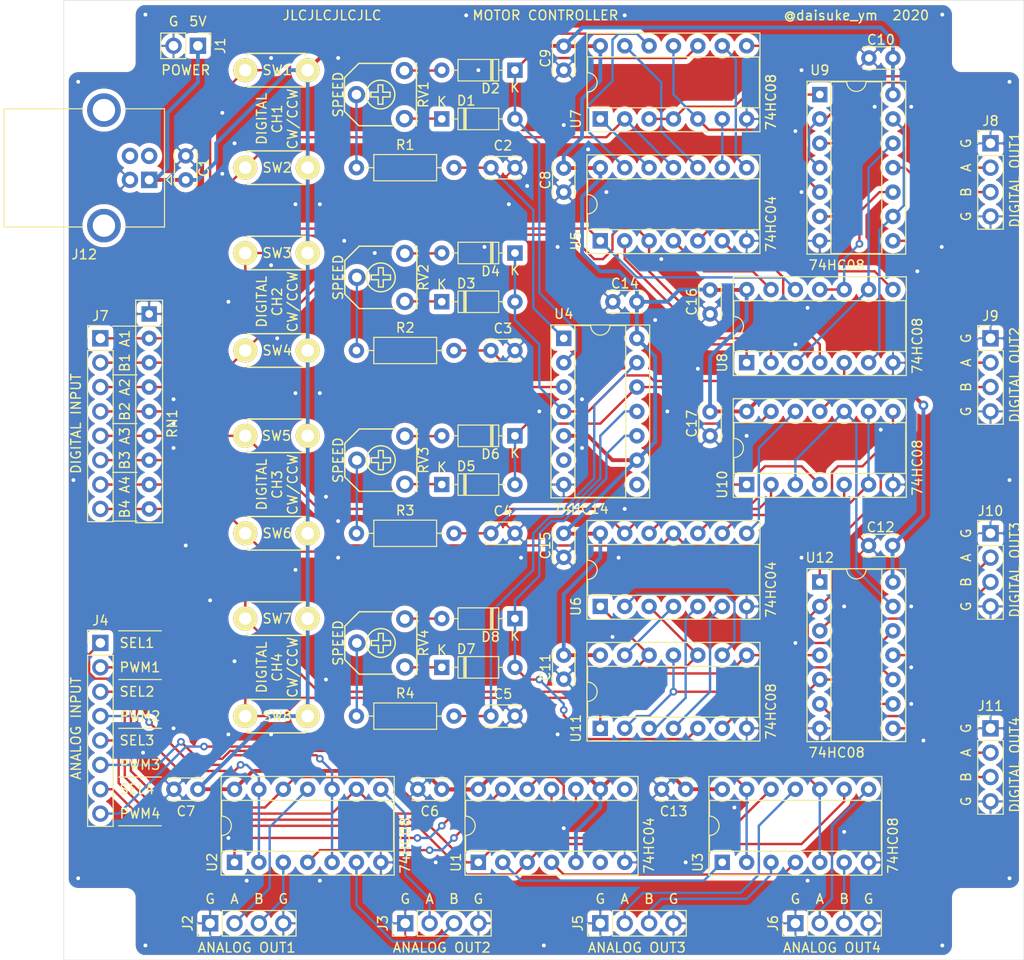
<source format=kicad_pcb>
(kicad_pcb (version 20171130) (host pcbnew "(5.1.6)-1")
  (layers (0 F.Cu signal) (31 B.Cu signal) (34 B.Paste user) (35 F.Paste user) (36 B.SilkS user) (37 F.SilkS user) (38 B.Mask user) (39 F.Mask user) (44 Edge.Cuts user))
  (net 0 "")
  (net 1 +5V)
  (net 2 GND)
  (net 3 "Net-(C2-Pad1)")
  (net 4 "Net-(C3-Pad1)")
  (net 5 "Net-(C4-Pad1)")
  (net 6 "Net-(C5-Pad1)")
  (net 7 /OSC1)
  (net 8 "Net-(D1-Pad1)")
  (net 9 "Net-(D2-Pad2)")
  (net 10 /OSC2)
  (net 11 "Net-(D3-Pad1)")
  (net 12 "Net-(D4-Pad2)")
  (net 13 "Net-(D5-Pad1)")
  (net 14 /OSC3)
  (net 15 "Net-(D6-Pad2)")
  (net 16 "Net-(D7-Pad1)")
  (net 17 /OSC4)
  (net 18 "Net-(D8-Pad2)")
  (net 19 /AOUT1B)
  (net 20 /AOUT1A)
  (net 21 /AOUT2B)
  (net 22 /AOUT2A)
  (net 23 /PWM4IN)
  (net 24 /SEL4)
  (net 25 /PWM3IN)
  (net 26 /SEL3)
  (net 27 /PWM2IN)
  (net 28 /SEL2)
  (net 29 /PWM1IN)
  (net 30 /SEL1)
  (net 31 /AOUT3A)
  (net 32 /AOUT3B)
  (net 33 /AOUT4B)
  (net 34 /AOUT4A)
  (net 35 /DIN1A)
  (net 36 /DIN1B)
  (net 37 /DIN2A)
  (net 38 /DIN2B)
  (net 39 /DIN3A)
  (net 40 /DIN3B)
  (net 41 /DIN4A)
  (net 42 /DIN4B)
  (net 43 /DOUT1A)
  (net 44 /DOUT1B)
  (net 45 /DOUT2B)
  (net 46 /DOUT2A)
  (net 47 /DOUT3A)
  (net 48 /DOUT3B)
  (net 49 /DOUT4A)
  (net 50 /DOUT4B)
  (net 51 "Net-(J12-Pad2)")
  (net 52 "Net-(J12-Pad3)")
  (net 53 "Net-(R1-Pad1)")
  (net 54 "Net-(R2-Pad1)")
  (net 55 "Net-(R3-Pad1)")
  (net 56 "Net-(R4-Pad1)")
  (net 57 "Net-(U1-Pad6)")
  (net 58 "Net-(U1-Pad12)")
  (net 59 "Net-(U1-Pad4)")
  (net 60 "Net-(U1-Pad10)")
  (net 61 "Net-(U1-Pad2)")
  (net 62 "Net-(U1-Pad8)")
  (net 63 "Net-(U4-Pad8)")
  (net 64 "Net-(U4-Pad6)")
  (net 65 "Net-(U5-Pad6)")
  (net 66 "Net-(U5-Pad12)")
  (net 67 "Net-(U5-Pad5)")
  (net 68 "Net-(U5-Pad4)")
  (net 69 "Net-(U5-Pad10)")
  (net 70 "Net-(U5-Pad9)")
  (net 71 "Net-(U5-Pad2)")
  (net 72 "Net-(U5-Pad8)")
  (net 73 "Net-(U11-Pad1)")
  (net 74 "Net-(U10-Pad6)")
  (net 75 "Net-(U11-Pad13)")
  (net 76 "Net-(U11-Pad6)")
  (net 77 "Net-(U11-Pad9)")
  (net 78 "Net-(U7-Pad8)")
  (net 79 "Net-(U7-Pad3)")
  (net 80 "Net-(U7-Pad11)")
  (net 81 "Net-(U8-Pad3)")
  (net 82 "Net-(U10-Pad8)")
  (net 83 "Net-(U10-Pad11)")
  (net 84 "Net-(U11-Pad3)")
  (net 85 "Net-(U11-Pad11)")
  (net 86 "Net-(J12-Pad5)")
  (net 87 "Net-(U10-Pad4)")
  (net 88 "Net-(U10-Pad2)")
  (net 89 "Net-(U10-Pad12)")
  (net 90 "Net-(U10-Pad10)")
  (net 91 "Net-(U11-Pad4)")
  (net 92 "Net-(U8-Pad6)")
  (net 93 "Net-(U8-Pad10)")
  (module MountingHole:MountingHole_3.2mm_M3 (layer F.Cu) (at 196 54)
    (fp_text reference MH3 hide)
    (fp_text value MountingHole_3.2mm_M3)
    (pad 1 np_thru_hole circle (at 0 0) (size 3.2 3.2) (drill 3.2) (layers *.Cu *.Mask))
  )
  (module MyLib:TSR-065 (layer F.Cu) (at 133.02 116.98 90)
    (fp_text reference RV4 (at 0 4.445 90) (layer F.SilkS))
    (fp_text value R_POT hide)
    (pad 3 thru_hole circle (at 2.5 2.5 90) (size 1.8 1.8) (drill 1) (layers *.Cu *.Mask) (net 18 "Net-(D8-Pad2)"))
    (pad 2 thru_hole circle (at 0 -2.5 90) (size 1.8 1.8) (drill 1) (layers *.Cu *.Mask) (net 56 "Net-(R4-Pad1)"))
    (pad 1 thru_hole circle (at -2.5 2.5 90) (size 1.8 1.8) (drill 1) (layers *.Cu *.Mask) (net 16 "Net-(D7-Pad1)"))
  )
  (module MountingHole:MountingHole_3.2mm_M3 (layer F.Cu) (at 196 146)
    (fp_text reference MH2 hide)
    (fp_text value MountingHole_3.2mm_M3)
    (pad 1 np_thru_hole circle (at 0 0) (size 3.2 3.2) (drill 3.2) (layers *.Cu *.Mask))
  )
  (module MountingHole:MountingHole_3.2mm_M3 (layer F.Cu) (at 104 54)
    (fp_text reference MH4 hide)
    (fp_text value MountingHole_3.2mm_M3)
    (pad 1 np_thru_hole circle (at 0 0) (size 3.2 3.2) (drill 3.2) (layers *.Cu *.Mask))
  )
  (module MountingHole:MountingHole_3.2mm_M3 (layer F.Cu) (at 104 146)
    (fp_text reference MH1 hide)
    (fp_text value MountingHole_3.2mm_M3)
    (pad 1 np_thru_hole circle (at 0 0) (size 3.2 3.2) (drill 3.2) (layers *.Cu *.Mask))
  )
  (module Capacitor_THT:C_Disc_D3.4mm_W2.1mm_P2.50mm (layer F.Cu) (at 112.7 68.72 90)
    (fp_text reference C1 (at 1.27 1.905 90) (layer F.SilkS))
    (fp_text value 0.1u)
    (pad 1 thru_hole circle (at 0 0 90) (size 1.6 1.6) (drill 0.8) (layers *.Cu *.Mask) (net 1 +5V))
    (pad 2 thru_hole circle (at 2.5 0 90) (size 1.6 1.6) (drill 0.8) (layers *.Cu *.Mask) (net 2 GND))
  )
  (module Capacitor_THT:C_Disc_D3.4mm_W2.1mm_P2.50mm (layer F.Cu) (at 144.49 67.45)
    (fp_text reference C2 (at 1.25 -2.3) (layer F.SilkS))
    (fp_text value 0.1u)
    (pad 2 thru_hole circle (at 2.5 0) (size 1.6 1.6) (drill 0.8) (layers *.Cu *.Mask) (net 2 GND))
    (pad 1 thru_hole circle (at 0 0) (size 1.6 1.6) (drill 0.8) (layers *.Cu *.Mask) (net 3 "Net-(C2-Pad1)"))
  )
  (module Capacitor_THT:C_Disc_D3.4mm_W2.1mm_P2.50mm (layer F.Cu) (at 144.49 86.5)
    (fp_text reference C3 (at 1.25 -2.3) (layer F.SilkS))
    (fp_text value 0.1u)
    (pad 2 thru_hole circle (at 2.5 0) (size 1.6 1.6) (drill 0.8) (layers *.Cu *.Mask) (net 2 GND))
    (pad 1 thru_hole circle (at 0 0) (size 1.6 1.6) (drill 0.8) (layers *.Cu *.Mask) (net 4 "Net-(C3-Pad1)"))
  )
  (module Capacitor_THT:C_Disc_D3.4mm_W2.1mm_P2.50mm (layer F.Cu) (at 144.49 105.55)
    (fp_text reference C4 (at 1.25 -2.3) (layer F.SilkS))
    (fp_text value 0.1u)
    (pad 1 thru_hole circle (at 0 0) (size 1.6 1.6) (drill 0.8) (layers *.Cu *.Mask) (net 5 "Net-(C4-Pad1)"))
    (pad 2 thru_hole circle (at 2.5 0) (size 1.6 1.6) (drill 0.8) (layers *.Cu *.Mask) (net 2 GND))
  )
  (module Capacitor_THT:C_Disc_D3.4mm_W2.1mm_P2.50mm (layer F.Cu) (at 144.49 124.6)
    (fp_text reference C5 (at 1.25 -2.3) (layer F.SilkS))
    (fp_text value C)
    (pad 2 thru_hole circle (at 2.5 0) (size 1.6 1.6) (drill 0.8) (layers *.Cu *.Mask) (net 2 GND))
    (pad 1 thru_hole circle (at 0 0) (size 1.6 1.6) (drill 0.8) (layers *.Cu *.Mask) (net 6 "Net-(C5-Pad1)"))
  )
  (module Capacitor_THT:C_Disc_D3.4mm_W2.1mm_P2.50mm (layer F.Cu) (at 139.37 132.22 180)
    (fp_text reference C6 (at 1.25 -2.3) (layer F.SilkS))
    (fp_text value 0.1u)
    (pad 1 thru_hole circle (at 0 0 180) (size 1.6 1.6) (drill 0.8) (layers *.Cu *.Mask) (net 1 +5V))
    (pad 2 thru_hole circle (at 2.5 0 180) (size 1.6 1.6) (drill 0.8) (layers *.Cu *.Mask) (net 2 GND))
  )
  (module Capacitor_THT:C_Disc_D3.4mm_W2.1mm_P2.50mm (layer F.Cu) (at 113.97 132.22 180)
    (fp_text reference C7 (at 1.25 -2.3) (layer F.SilkS))
    (fp_text value 0.1u)
    (pad 1 thru_hole circle (at 0 0 180) (size 1.6 1.6) (drill 0.8) (layers *.Cu *.Mask) (net 1 +5V))
    (pad 2 thru_hole circle (at 2.5 0 180) (size 1.6 1.6) (drill 0.8) (layers *.Cu *.Mask) (net 2 GND))
  )
  (module Capacitor_THT:C_Disc_D3.4mm_W2.1mm_P2.50mm (layer F.Cu) (at 152.07 67.49 270)
    (fp_text reference C8 (at 1.25 1.905 90) (layer F.SilkS))
    (fp_text value 0.1u)
    (pad 2 thru_hole circle (at 2.5 0 270) (size 1.6 1.6) (drill 0.8) (layers *.Cu *.Mask) (net 2 GND))
    (pad 1 thru_hole circle (at 0 0 270) (size 1.6 1.6) (drill 0.8) (layers *.Cu *.Mask) (net 1 +5V))
  )
  (module Capacitor_THT:C_Disc_D3.4mm_W2.1mm_P2.50mm (layer F.Cu) (at 152.07 54.79 270)
    (fp_text reference C9 (at 1.25 1.905 90) (layer F.SilkS))
    (fp_text value 0.1u)
    (pad 2 thru_hole circle (at 2.5 0 270) (size 1.6 1.6) (drill 0.8) (layers *.Cu *.Mask) (net 2 GND))
    (pad 1 thru_hole circle (at 0 0 270) (size 1.6 1.6) (drill 0.8) (layers *.Cu *.Mask) (net 1 +5V))
  )
  (module Capacitor_THT:C_Disc_D3.4mm_W2.1mm_P2.50mm (layer F.Cu) (at 186.36 56.02 180)
    (fp_text reference C10 (at 1.25 1.905) (layer F.SilkS))
    (fp_text value 0.1u)
    (pad 2 thru_hole circle (at 2.5 0 180) (size 1.6 1.6) (drill 0.8) (layers *.Cu *.Mask) (net 2 GND))
    (pad 1 thru_hole circle (at 0 0 180) (size 1.6 1.6) (drill 0.8) (layers *.Cu *.Mask) (net 1 +5V))
  )
  (module Capacitor_THT:C_Disc_D3.4mm_W2.1mm_P2.50mm (layer F.Cu) (at 152.07 118.25 270)
    (fp_text reference C11 (at 1.27 1.905 90) (layer F.SilkS))
    (fp_text value 0.1u)
    (pad 1 thru_hole circle (at 0 0 270) (size 1.6 1.6) (drill 0.8) (layers *.Cu *.Mask) (net 1 +5V))
    (pad 2 thru_hole circle (at 2.5 0 270) (size 1.6 1.6) (drill 0.8) (layers *.Cu *.Mask) (net 2 GND))
  )
  (module Capacitor_THT:C_Disc_D3.4mm_W2.1mm_P2.50mm (layer F.Cu) (at 186.32 106.82 180)
    (fp_text reference C12 (at 1.25 1.905) (layer F.SilkS))
    (fp_text value 0.1u)
    (pad 2 thru_hole circle (at 2.5 0 180) (size 1.6 1.6) (drill 0.8) (layers *.Cu *.Mask) (net 2 GND))
    (pad 1 thru_hole circle (at 0 0 180) (size 1.6 1.6) (drill 0.8) (layers *.Cu *.Mask) (net 1 +5V))
  )
  (module Capacitor_THT:C_Disc_D3.4mm_W2.1mm_P2.50mm (layer F.Cu) (at 164.77 132.22 180)
    (fp_text reference C13 (at 1.25 -2.3) (layer F.SilkS))
    (fp_text value 0.1u)
    (pad 1 thru_hole circle (at 0 0 180) (size 1.6 1.6) (drill 0.8) (layers *.Cu *.Mask) (net 1 +5V))
    (pad 2 thru_hole circle (at 2.5 0 180) (size 1.6 1.6) (drill 0.8) (layers *.Cu *.Mask) (net 2 GND))
  )
  (module Capacitor_THT:C_Disc_D3.4mm_W2.1mm_P2.50mm (layer F.Cu) (at 159.69 81.42 180)
    (fp_text reference C14 (at 1.25 1.905) (layer F.SilkS))
    (fp_text value 0.1u)
    (pad 1 thru_hole circle (at 0 0 180) (size 1.6 1.6) (drill 0.8) (layers *.Cu *.Mask) (net 1 +5V))
    (pad 2 thru_hole circle (at 2.5 0 180) (size 1.6 1.6) (drill 0.8) (layers *.Cu *.Mask) (net 2 GND))
  )
  (module Capacitor_THT:C_Disc_D3.4mm_W2.1mm_P2.50mm (layer F.Cu) (at 152.07 105.55 270)
    (fp_text reference C15 (at 1.27 1.905 90) (layer F.SilkS))
    (fp_text value 0.1u)
    (pad 1 thru_hole circle (at 0 0 270) (size 1.6 1.6) (drill 0.8) (layers *.Cu *.Mask) (net 1 +5V))
    (pad 2 thru_hole circle (at 2.5 0 270) (size 1.6 1.6) (drill 0.8) (layers *.Cu *.Mask) (net 2 GND))
  )
  (module Capacitor_THT:C_Disc_D3.4mm_W2.1mm_P2.50mm (layer F.Cu) (at 167.31 80.19 270)
    (fp_text reference C16 (at 1.23 1.905 90) (layer F.SilkS))
    (fp_text value 0.1u)
    (pad 2 thru_hole circle (at 2.5 0 270) (size 1.6 1.6) (drill 0.8) (layers *.Cu *.Mask) (net 2 GND))
    (pad 1 thru_hole circle (at 0 0 270) (size 1.6 1.6) (drill 0.8) (layers *.Cu *.Mask) (net 1 +5V))
  )
  (module Capacitor_THT:C_Disc_D3.4mm_W2.1mm_P2.50mm (layer F.Cu) (at 167.31 92.89 270)
    (fp_text reference C17 (at 1.23 1.905 90) (layer F.SilkS))
    (fp_text value 0.1u)
    (pad 1 thru_hole circle (at 0 0 270) (size 1.6 1.6) (drill 0.8) (layers *.Cu *.Mask) (net 1 +5V))
    (pad 2 thru_hole circle (at 2.5 0 270) (size 1.6 1.6) (drill 0.8) (layers *.Cu *.Mask) (net 2 GND))
  )
  (module Diode_THT:D_DO-35_SOD27_P7.62mm_Horizontal (layer F.Cu) (at 139.37 62.37)
    (fp_text reference D1 (at 2.54 -1.905) (layer F.SilkS))
    (fp_text value 1N4148)
    (fp_text user K (at 0 -1.8) (layer F.SilkS))
    (pad 2 thru_hole oval (at 7.62 0) (size 1.6 1.6) (drill 0.8) (layers *.Cu *.Mask) (net 7 /OSC1))
    (pad 1 thru_hole rect (at 0 0) (size 1.6 1.6) (drill 0.8) (layers *.Cu *.Mask) (net 8 "Net-(D1-Pad1)"))
  )
  (module Diode_THT:D_DO-35_SOD27_P7.62mm_Horizontal (layer F.Cu) (at 146.99 57.29 180)
    (fp_text reference D2 (at 2.54 -1.905) (layer F.SilkS))
    (fp_text value 1N4148)
    (fp_text user K (at 0 -1.8) (layer F.SilkS))
    (pad 1 thru_hole rect (at 0 0 180) (size 1.6 1.6) (drill 0.8) (layers *.Cu *.Mask) (net 7 /OSC1))
    (pad 2 thru_hole oval (at 7.62 0 180) (size 1.6 1.6) (drill 0.8) (layers *.Cu *.Mask) (net 9 "Net-(D2-Pad2)"))
  )
  (module Diode_THT:D_DO-35_SOD27_P7.62mm_Horizontal (layer F.Cu) (at 139.37 81.42)
    (fp_text reference D3 (at 2.54 -1.905) (layer F.SilkS))
    (fp_text value 1N4148)
    (fp_text user K (at 0 -1.8) (layer F.SilkS))
    (pad 2 thru_hole oval (at 7.62 0) (size 1.6 1.6) (drill 0.8) (layers *.Cu *.Mask) (net 10 /OSC2))
    (pad 1 thru_hole rect (at 0 0) (size 1.6 1.6) (drill 0.8) (layers *.Cu *.Mask) (net 11 "Net-(D3-Pad1)"))
  )
  (module Diode_THT:D_DO-35_SOD27_P7.62mm_Horizontal (layer F.Cu) (at 146.99 76.34 180)
    (fp_text reference D4 (at 2.54 -1.905) (layer F.SilkS))
    (fp_text value 1N4148)
    (fp_text user K (at 0 -1.8) (layer F.SilkS))
    (pad 1 thru_hole rect (at 0 0 180) (size 1.6 1.6) (drill 0.8) (layers *.Cu *.Mask) (net 10 /OSC2))
    (pad 2 thru_hole oval (at 7.62 0 180) (size 1.6 1.6) (drill 0.8) (layers *.Cu *.Mask) (net 12 "Net-(D4-Pad2)"))
  )
  (module Diode_THT:D_DO-35_SOD27_P7.62mm_Horizontal (layer F.Cu) (at 139.37 100.47)
    (fp_text reference D5 (at 2.54 -1.905) (layer F.SilkS))
    (fp_text value 1N4148)
    (fp_text user K (at 0 -1.8) (layer F.SilkS))
    (pad 1 thru_hole rect (at 0 0) (size 1.6 1.6) (drill 0.8) (layers *.Cu *.Mask) (net 13 "Net-(D5-Pad1)"))
    (pad 2 thru_hole oval (at 7.62 0) (size 1.6 1.6) (drill 0.8) (layers *.Cu *.Mask) (net 14 /OSC3))
  )
  (module Diode_THT:D_DO-35_SOD27_P7.62mm_Horizontal (layer F.Cu) (at 146.99 95.39 180)
    (fp_text reference D6 (at 2.54 -1.905) (layer F.SilkS))
    (fp_text value 1N4148)
    (fp_text user K (at 0 -1.8) (layer F.SilkS))
    (pad 2 thru_hole oval (at 7.62 0 180) (size 1.6 1.6) (drill 0.8) (layers *.Cu *.Mask) (net 15 "Net-(D6-Pad2)"))
    (pad 1 thru_hole rect (at 0 0 180) (size 1.6 1.6) (drill 0.8) (layers *.Cu *.Mask) (net 14 /OSC3))
  )
  (module Diode_THT:D_DO-35_SOD27_P7.62mm_Horizontal (layer F.Cu) (at 139.37 119.52)
    (fp_text reference D7 (at 2.54 -1.905) (layer F.SilkS))
    (fp_text value 1N4148)
    (fp_text user K (at 0 -1.8) (layer F.SilkS))
    (pad 1 thru_hole rect (at 0 0) (size 1.6 1.6) (drill 0.8) (layers *.Cu *.Mask) (net 16 "Net-(D7-Pad1)"))
    (pad 2 thru_hole oval (at 7.62 0) (size 1.6 1.6) (drill 0.8) (layers *.Cu *.Mask) (net 17 /OSC4))
  )
  (module Diode_THT:D_DO-35_SOD27_P7.62mm_Horizontal (layer F.Cu) (at 146.99 114.44 180)
    (fp_text reference D8 (at 2.54 -1.905) (layer F.SilkS))
    (fp_text value 1N4148)
    (fp_text user K (at 0 -1.8) (layer F.SilkS))
    (pad 2 thru_hole oval (at 7.62 0 180) (size 1.6 1.6) (drill 0.8) (layers *.Cu *.Mask) (net 18 "Net-(D8-Pad2)"))
    (pad 1 thru_hole rect (at 0 0 180) (size 1.6 1.6) (drill 0.8) (layers *.Cu *.Mask) (net 17 /OSC4))
  )
  (module Connector_PinHeader_2.54mm:PinHeader_1x02_P2.54mm_Vertical (layer F.Cu) (at 113.97 54.75 270)
    (fp_text reference J1 (at 0 -2.33 90) (layer F.SilkS))
    (fp_text value POWER)
    (pad 1 thru_hole rect (at 0 0 270) (size 1.7 1.7) (drill 1) (layers *.Cu *.Mask) (net 1 +5V))
    (pad 2 thru_hole oval (at 0 2.54 270) (size 1.7 1.7) (drill 1) (layers *.Cu *.Mask) (net 2 GND))
  )
  (module Connector_PinHeader_2.54mm:PinHeader_1x04_P2.54mm_Vertical (layer F.Cu) (at 115.24 146.19 90)
    (fp_text reference J2 (at 0 -2.33 90) (layer F.SilkS))
    (fp_text value "ANALOG OUT1")
    (pad 4 thru_hole oval (at 0 7.62 90) (size 1.7 1.7) (drill 1) (layers *.Cu *.Mask) (net 2 GND))
    (pad 3 thru_hole oval (at 0 5.08 90) (size 1.7 1.7) (drill 1) (layers *.Cu *.Mask) (net 19 /AOUT1B))
    (pad 2 thru_hole oval (at 0 2.54 90) (size 1.7 1.7) (drill 1) (layers *.Cu *.Mask) (net 20 /AOUT1A))
    (pad 1 thru_hole rect (at 0 0 90) (size 1.7 1.7) (drill 1) (layers *.Cu *.Mask) (net 2 GND))
  )
  (module Connector_PinHeader_2.54mm:PinHeader_1x04_P2.54mm_Vertical (layer F.Cu) (at 135.56 146.19 90)
    (fp_text reference J3 (at 0 -2.33 90) (layer F.SilkS))
    (fp_text value "ANALOG OUT2")
    (pad 4 thru_hole oval (at 0 7.62 90) (size 1.7 1.7) (drill 1) (layers *.Cu *.Mask) (net 2 GND))
    (pad 3 thru_hole oval (at 0 5.08 90) (size 1.7 1.7) (drill 1) (layers *.Cu *.Mask) (net 21 /AOUT2B))
    (pad 2 thru_hole oval (at 0 2.54 90) (size 1.7 1.7) (drill 1) (layers *.Cu *.Mask) (net 22 /AOUT2A))
    (pad 1 thru_hole rect (at 0 0 90) (size 1.7 1.7) (drill 1) (layers *.Cu *.Mask) (net 2 GND))
  )
  (module Connector_PinHeader_2.54mm:PinHeader_1x08_P2.54mm_Vertical (layer F.Cu) (at 103.81 116.98)
    (fp_text reference J4 (at 0 -2.33) (layer F.SilkS))
    (fp_text value "ANALOG INPUT")
    (pad 8 thru_hole oval (at 0 17.78) (size 1.7 1.7) (drill 1) (layers *.Cu *.Mask) (net 23 /PWM4IN))
    (pad 7 thru_hole oval (at 0 15.24) (size 1.7 1.7) (drill 1) (layers *.Cu *.Mask) (net 24 /SEL4))
    (pad 6 thru_hole oval (at 0 12.7) (size 1.7 1.7) (drill 1) (layers *.Cu *.Mask) (net 25 /PWM3IN))
    (pad 5 thru_hole oval (at 0 10.16) (size 1.7 1.7) (drill 1) (layers *.Cu *.Mask) (net 26 /SEL3))
    (pad 4 thru_hole oval (at 0 7.62) (size 1.7 1.7) (drill 1) (layers *.Cu *.Mask) (net 27 /PWM2IN))
    (pad 3 thru_hole oval (at 0 5.08) (size 1.7 1.7) (drill 1) (layers *.Cu *.Mask) (net 28 /SEL2))
    (pad 2 thru_hole oval (at 0 2.54) (size 1.7 1.7) (drill 1) (layers *.Cu *.Mask) (net 29 /PWM1IN))
    (pad 1 thru_hole rect (at 0 0) (size 1.7 1.7) (drill 1) (layers *.Cu *.Mask) (net 30 /SEL1))
  )
  (module Connector_PinHeader_2.54mm:PinHeader_1x04_P2.54mm_Vertical (layer F.Cu) (at 155.88 146.19 90)
    (fp_text reference J5 (at 0 -2.33 90) (layer F.SilkS))
    (fp_text value "ANALOG OUT3")
    (pad 1 thru_hole rect (at 0 0 90) (size 1.7 1.7) (drill 1) (layers *.Cu *.Mask) (net 2 GND))
    (pad 2 thru_hole oval (at 0 2.54 90) (size 1.7 1.7) (drill 1) (layers *.Cu *.Mask) (net 31 /AOUT3A))
    (pad 3 thru_hole oval (at 0 5.08 90) (size 1.7 1.7) (drill 1) (layers *.Cu *.Mask) (net 32 /AOUT3B))
    (pad 4 thru_hole oval (at 0 7.62 90) (size 1.7 1.7) (drill 1) (layers *.Cu *.Mask) (net 2 GND))
  )
  (module Connector_PinHeader_2.54mm:PinHeader_1x04_P2.54mm_Vertical (layer F.Cu) (at 176.2 146.19 90)
    (fp_text reference J6 (at 0 -2.33 90) (layer F.SilkS))
    (fp_text value "ANALOG OUT4")
    (pad 4 thru_hole oval (at 0 7.62 90) (size 1.7 1.7) (drill 1) (layers *.Cu *.Mask) (net 2 GND))
    (pad 3 thru_hole oval (at 0 5.08 90) (size 1.7 1.7) (drill 1) (layers *.Cu *.Mask) (net 33 /AOUT4B))
    (pad 2 thru_hole oval (at 0 2.54 90) (size 1.7 1.7) (drill 1) (layers *.Cu *.Mask) (net 34 /AOUT4A))
    (pad 1 thru_hole rect (at 0 0 90) (size 1.7 1.7) (drill 1) (layers *.Cu *.Mask) (net 2 GND))
  )
  (module Connector_PinHeader_2.54mm:PinHeader_1x08_P2.54mm_Vertical (layer F.Cu) (at 103.81 85.23)
    (fp_text reference J7 (at 0 -2.33) (layer F.SilkS))
    (fp_text value "DIGITAL INPUT")
    (pad 1 thru_hole rect (at 0 0) (size 1.7 1.7) (drill 1) (layers *.Cu *.Mask) (net 35 /DIN1A))
    (pad 2 thru_hole oval (at 0 2.54) (size 1.7 1.7) (drill 1) (layers *.Cu *.Mask) (net 36 /DIN1B))
    (pad 3 thru_hole oval (at 0 5.08) (size 1.7 1.7) (drill 1) (layers *.Cu *.Mask) (net 37 /DIN2A))
    (pad 4 thru_hole oval (at 0 7.62) (size 1.7 1.7) (drill 1) (layers *.Cu *.Mask) (net 38 /DIN2B))
    (pad 5 thru_hole oval (at 0 10.16) (size 1.7 1.7) (drill 1) (layers *.Cu *.Mask) (net 39 /DIN3A))
    (pad 6 thru_hole oval (at 0 12.7) (size 1.7 1.7) (drill 1) (layers *.Cu *.Mask) (net 40 /DIN3B))
    (pad 7 thru_hole oval (at 0 15.24) (size 1.7 1.7) (drill 1) (layers *.Cu *.Mask) (net 41 /DIN4A))
    (pad 8 thru_hole oval (at 0 17.78) (size 1.7 1.7) (drill 1) (layers *.Cu *.Mask) (net 42 /DIN4B))
  )
  (module Connector_PinHeader_2.54mm:PinHeader_1x04_P2.54mm_Vertical (layer F.Cu) (at 196.52 64.91)
    (fp_text reference J8 (at 0 -2.33) (layer F.SilkS))
    (fp_text value "DIGITAL OUT1")
    (pad 1 thru_hole rect (at 0 0) (size 1.7 1.7) (drill 1) (layers *.Cu *.Mask) (net 2 GND))
    (pad 2 thru_hole oval (at 0 2.54) (size 1.7 1.7) (drill 1) (layers *.Cu *.Mask) (net 43 /DOUT1A))
    (pad 3 thru_hole oval (at 0 5.08) (size 1.7 1.7) (drill 1) (layers *.Cu *.Mask) (net 44 /DOUT1B))
    (pad 4 thru_hole oval (at 0 7.62) (size 1.7 1.7) (drill 1) (layers *.Cu *.Mask) (net 2 GND))
  )
  (module Connector_PinHeader_2.54mm:PinHeader_1x04_P2.54mm_Vertical (layer F.Cu) (at 196.52 85.23)
    (fp_text reference J9 (at 0 -2.33) (layer F.SilkS))
    (fp_text value "DIGITAL OUT2")
    (pad 4 thru_hole oval (at 0 7.62) (size 1.7 1.7) (drill 1) (layers *.Cu *.Mask) (net 2 GND))
    (pad 3 thru_hole oval (at 0 5.08) (size 1.7 1.7) (drill 1) (layers *.Cu *.Mask) (net 45 /DOUT2B))
    (pad 2 thru_hole oval (at 0 2.54) (size 1.7 1.7) (drill 1) (layers *.Cu *.Mask) (net 46 /DOUT2A))
    (pad 1 thru_hole rect (at 0 0) (size 1.7 1.7) (drill 1) (layers *.Cu *.Mask) (net 2 GND))
  )
  (module Connector_PinHeader_2.54mm:PinHeader_1x04_P2.54mm_Vertical (layer F.Cu) (at 196.52 105.55)
    (fp_text reference J10 (at 0 -2.33) (layer F.SilkS))
    (fp_text value "DIGITAL OUT3")
    (pad 1 thru_hole rect (at 0 0) (size 1.7 1.7) (drill 1) (layers *.Cu *.Mask) (net 2 GND))
    (pad 2 thru_hole oval (at 0 2.54) (size 1.7 1.7) (drill 1) (layers *.Cu *.Mask) (net 47 /DOUT3A))
    (pad 3 thru_hole oval (at 0 5.08) (size 1.7 1.7) (drill 1) (layers *.Cu *.Mask) (net 48 /DOUT3B))
    (pad 4 thru_hole oval (at 0 7.62) (size 1.7 1.7) (drill 1) (layers *.Cu *.Mask) (net 2 GND))
  )
  (module Connector_PinHeader_2.54mm:PinHeader_1x04_P2.54mm_Vertical (layer F.Cu) (at 196.52 125.87)
    (fp_text reference J11 (at 0 -2.33) (layer F.SilkS))
    (fp_text value "DIGITAL OUT4")
    (pad 1 thru_hole rect (at 0 0) (size 1.7 1.7) (drill 1) (layers *.Cu *.Mask) (net 2 GND))
    (pad 2 thru_hole oval (at 0 2.54) (size 1.7 1.7) (drill 1) (layers *.Cu *.Mask) (net 49 /DOUT4A))
    (pad 3 thru_hole oval (at 0 5.08) (size 1.7 1.7) (drill 1) (layers *.Cu *.Mask) (net 50 /DOUT4B))
    (pad 4 thru_hole oval (at 0 7.62) (size 1.7 1.7) (drill 1) (layers *.Cu *.Mask) (net 2 GND))
  )
  (module Connector_USB:USB_B_OST_USB-B1HSxx_Horizontal (layer F.Cu) (at 108.89 68.72 180)
    (fp_text reference J12 (at 6.76 -7.77) (layer F.SilkS))
    (fp_text value USB_B)
    (pad 1 thru_hole rect (at 0 0 180) (size 1.7 1.7) (drill 0.92) (layers *.Cu *.Mask) (net 1 +5V))
    (pad 2 thru_hole circle (at 0 2.5 180) (size 1.7 1.7) (drill 0.92) (layers *.Cu *.Mask) (net 51 "Net-(J12-Pad2)"))
    (pad 3 thru_hole circle (at 2 2.5 180) (size 1.7 1.7) (drill 0.92) (layers *.Cu *.Mask) (net 52 "Net-(J12-Pad3)"))
    (pad 4 thru_hole circle (at 2 0 180) (size 1.7 1.7) (drill 0.92) (layers *.Cu *.Mask) (net 2 GND))
    (pad 5 thru_hole circle (at 4.71 -4.77 180) (size 3.5 3.5) (drill 2.33) (layers *.Cu *.Mask) (net 86 "Net-(J12-Pad5)"))
    (pad 5 thru_hole circle (at 4.71 7.27 180) (size 3.5 3.5) (drill 2.33) (layers *.Cu *.Mask) (net 86 "Net-(J12-Pad5)"))
  )
  (module Resistor_THT:R_Axial_DIN0207_L6.3mm_D2.5mm_P10.16mm_Horizontal (layer F.Cu) (at 130.48 67.45)
    (fp_text reference R1 (at 5.08 -2.37) (layer F.SilkS))
    (fp_text value R)
    (pad 1 thru_hole circle (at 0 0) (size 1.6 1.6) (drill 0.8) (layers *.Cu *.Mask) (net 53 "Net-(R1-Pad1)"))
    (pad 2 thru_hole oval (at 10.16 0) (size 1.6 1.6) (drill 0.8) (layers *.Cu *.Mask) (net 3 "Net-(C2-Pad1)"))
  )
  (module Resistor_THT:R_Axial_DIN0207_L6.3mm_D2.5mm_P10.16mm_Horizontal (layer F.Cu) (at 130.48 86.5)
    (fp_text reference R2 (at 5.08 -2.37) (layer F.SilkS))
    (fp_text value R)
    (pad 2 thru_hole oval (at 10.16 0) (size 1.6 1.6) (drill 0.8) (layers *.Cu *.Mask) (net 4 "Net-(C3-Pad1)"))
    (pad 1 thru_hole circle (at 0 0) (size 1.6 1.6) (drill 0.8) (layers *.Cu *.Mask) (net 54 "Net-(R2-Pad1)"))
  )
  (module Resistor_THT:R_Axial_DIN0207_L6.3mm_D2.5mm_P10.16mm_Horizontal (layer F.Cu) (at 130.48 105.55)
    (fp_text reference R3 (at 5.08 -2.37) (layer F.SilkS))
    (fp_text value R)
    (pad 1 thru_hole circle (at 0 0) (size 1.6 1.6) (drill 0.8) (layers *.Cu *.Mask) (net 55 "Net-(R3-Pad1)"))
    (pad 2 thru_hole oval (at 10.16 0) (size 1.6 1.6) (drill 0.8) (layers *.Cu *.Mask) (net 5 "Net-(C4-Pad1)"))
  )
  (module Resistor_THT:R_Axial_DIN0207_L6.3mm_D2.5mm_P10.16mm_Horizontal (layer F.Cu) (at 130.48 124.6)
    (fp_text reference R4 (at 5.08 -2.37) (layer F.SilkS))
    (fp_text value R)
    (pad 2 thru_hole oval (at 10.16 0) (size 1.6 1.6) (drill 0.8) (layers *.Cu *.Mask) (net 6 "Net-(C5-Pad1)"))
    (pad 1 thru_hole circle (at 0 0) (size 1.6 1.6) (drill 0.8) (layers *.Cu *.Mask) (net 56 "Net-(R4-Pad1)"))
  )
  (module Resistor_THT:R_Array_SIP9 (layer F.Cu) (at 108.89 82.69 270)
    (fp_text reference RN1 (at 11.43 -2.4 90) (layer F.SilkS))
    (fp_text value 330)
    (pad 1 thru_hole rect (at 0 0 270) (size 1.6 1.6) (drill 0.8) (layers *.Cu *.Mask) (net 2 GND))
    (pad 2 thru_hole oval (at 2.54 0 270) (size 1.6 1.6) (drill 0.8) (layers *.Cu *.Mask) (net 35 /DIN1A))
    (pad 3 thru_hole oval (at 5.08 0 270) (size 1.6 1.6) (drill 0.8) (layers *.Cu *.Mask) (net 36 /DIN1B))
    (pad 4 thru_hole oval (at 7.62 0 270) (size 1.6 1.6) (drill 0.8) (layers *.Cu *.Mask) (net 37 /DIN2A))
    (pad 5 thru_hole oval (at 10.16 0 270) (size 1.6 1.6) (drill 0.8) (layers *.Cu *.Mask) (net 38 /DIN2B))
    (pad 6 thru_hole oval (at 12.7 0 270) (size 1.6 1.6) (drill 0.8) (layers *.Cu *.Mask) (net 39 /DIN3A))
    (pad 7 thru_hole oval (at 15.24 0 270) (size 1.6 1.6) (drill 0.8) (layers *.Cu *.Mask) (net 40 /DIN3B))
    (pad 8 thru_hole oval (at 17.78 0 270) (size 1.6 1.6) (drill 0.8) (layers *.Cu *.Mask) (net 41 /DIN4A))
    (pad 9 thru_hole oval (at 20.32 0 270) (size 1.6 1.6) (drill 0.8) (layers *.Cu *.Mask) (net 42 /DIN4B))
  )
  (module MyLib:TSR-065 (layer F.Cu) (at 132.98 59.83 90)
    (fp_text reference RV1 (at 0 4.485 90) (layer F.SilkS))
    (fp_text value R_POT hide)
    (pad 3 thru_hole circle (at 2.5 2.5 90) (size 1.8 1.8) (drill 1) (layers *.Cu *.Mask) (net 9 "Net-(D2-Pad2)"))
    (pad 2 thru_hole circle (at 0 -2.5 90) (size 1.8 1.8) (drill 1) (layers *.Cu *.Mask) (net 53 "Net-(R1-Pad1)"))
    (pad 1 thru_hole circle (at -2.5 2.5 90) (size 1.8 1.8) (drill 1) (layers *.Cu *.Mask) (net 8 "Net-(D1-Pad1)"))
  )
  (module MyLib:TSR-065 (layer F.Cu) (at 133.02 78.88 90)
    (fp_text reference RV2 (at 0 4.445 90) (layer F.SilkS))
    (fp_text value R_POT hide)
    (pad 1 thru_hole circle (at -2.5 2.5 90) (size 1.8 1.8) (drill 1) (layers *.Cu *.Mask) (net 11 "Net-(D3-Pad1)"))
    (pad 2 thru_hole circle (at 0 -2.5 90) (size 1.8 1.8) (drill 1) (layers *.Cu *.Mask) (net 54 "Net-(R2-Pad1)"))
    (pad 3 thru_hole circle (at 2.5 2.5 90) (size 1.8 1.8) (drill 1) (layers *.Cu *.Mask) (net 12 "Net-(D4-Pad2)"))
  )
  (module MyLib:TSR-065 (layer F.Cu) (at 133.02 97.93 90)
    (fp_text reference RV3 (at 0 4.445 90) (layer F.SilkS))
    (fp_text value R_POT hide)
    (pad 1 thru_hole circle (at -2.5 2.5 90) (size 1.8 1.8) (drill 1) (layers *.Cu *.Mask) (net 13 "Net-(D5-Pad1)"))
    (pad 2 thru_hole circle (at 0 -2.5 90) (size 1.8 1.8) (drill 1) (layers *.Cu *.Mask) (net 55 "Net-(R3-Pad1)"))
    (pad 3 thru_hole circle (at 2.5 2.5 90) (size 1.8 1.8) (drill 1) (layers *.Cu *.Mask) (net 15 "Net-(D6-Pad2)"))
  )
  (module MyLib:TactSW_TVBP06_3.5x6.0-ThroughHole (layer F.Cu) (at 122.15 57.29 180)
    (fp_text reference SW1 (at -0.075 0) (layer F.SilkS))
    (fp_text value D1A)
    (pad 2 thru_hole circle (at 3.25 0 180) (size 2.5 2.5) (drill 1.3) (layers *.Cu *.Mask F.SilkS) (net 35 /DIN1A))
    (pad 1 thru_hole circle (at -3.25 0 180) (size 2.5 2.5) (drill 1.3) (layers *.Cu *.Mask F.SilkS) (net 1 +5V))
  )
  (module MyLib:TactSW_TVBP06_3.5x6.0-ThroughHole (layer F.Cu) (at 122.15 67.45 180)
    (fp_text reference SW2 (at -0.075 0) (layer F.SilkS))
    (fp_text value D1B)
    (pad 1 thru_hole circle (at -3.25 0 180) (size 2.5 2.5) (drill 1.3) (layers *.Cu *.Mask F.SilkS) (net 1 +5V))
    (pad 2 thru_hole circle (at 3.25 0 180) (size 2.5 2.5) (drill 1.3) (layers *.Cu *.Mask F.SilkS) (net 36 /DIN1B))
  )
  (module MyLib:TactSW_TVBP06_3.5x6.0-ThroughHole (layer F.Cu) (at 122.15 76.34 180)
    (fp_text reference SW3 (at -0.075 0) (layer F.SilkS))
    (fp_text value D2A)
    (pad 1 thru_hole circle (at -3.25 0 180) (size 2.5 2.5) (drill 1.3) (layers *.Cu *.Mask F.SilkS) (net 1 +5V))
    (pad 2 thru_hole circle (at 3.25 0 180) (size 2.5 2.5) (drill 1.3) (layers *.Cu *.Mask F.SilkS) (net 37 /DIN2A))
  )
  (module MyLib:TactSW_TVBP06_3.5x6.0-ThroughHole (layer F.Cu) (at 122.15 86.5 180)
    (fp_text reference SW4 (at -0.075 0) (layer F.SilkS))
    (fp_text value D2B)
    (pad 2 thru_hole circle (at 3.25 0 180) (size 2.5 2.5) (drill 1.3) (layers *.Cu *.Mask F.SilkS) (net 38 /DIN2B))
    (pad 1 thru_hole circle (at -3.25 0 180) (size 2.5 2.5) (drill 1.3) (layers *.Cu *.Mask F.SilkS) (net 1 +5V))
  )
  (module MyLib:TactSW_TVBP06_3.5x6.0-ThroughHole (layer F.Cu) (at 122.15 95.39 180)
    (fp_text reference SW5 (at 0 0) (layer F.SilkS))
    (fp_text value D3A)
    (pad 1 thru_hole circle (at -3.25 0 180) (size 2.5 2.5) (drill 1.3) (layers *.Cu *.Mask F.SilkS) (net 1 +5V))
    (pad 2 thru_hole circle (at 3.25 0 180) (size 2.5 2.5) (drill 1.3) (layers *.Cu *.Mask F.SilkS) (net 39 /DIN3A))
  )
  (module MyLib:TactSW_TVBP06_3.5x6.0-ThroughHole (layer F.Cu) (at 122.15 105.55 180)
    (fp_text reference SW6 (at -0.075 0) (layer F.SilkS))
    (fp_text value D3B)
    (pad 2 thru_hole circle (at 3.25 0 180) (size 2.5 2.5) (drill 1.3) (layers *.Cu *.Mask F.SilkS) (net 40 /DIN3B))
    (pad 1 thru_hole circle (at -3.25 0 180) (size 2.5 2.5) (drill 1.3) (layers *.Cu *.Mask F.SilkS) (net 1 +5V))
  )
  (module MyLib:TactSW_TVBP06_3.5x6.0-ThroughHole (layer F.Cu) (at 122.15 114.44 180)
    (fp_text reference SW7 (at -0.075 0) (layer F.SilkS))
    (fp_text value D4A)
    (pad 1 thru_hole circle (at -3.25 0 180) (size 2.5 2.5) (drill 1.3) (layers *.Cu *.Mask F.SilkS) (net 1 +5V))
    (pad 2 thru_hole circle (at 3.25 0 180) (size 2.5 2.5) (drill 1.3) (layers *.Cu *.Mask F.SilkS) (net 41 /DIN4A))
  )
  (module MyLib:TactSW_TVBP06_3.5x6.0-ThroughHole (layer F.Cu) (at 122.15 124.6 180)
    (fp_text reference SW8 (at -0.075 0) (layer F.SilkS))
    (fp_text value D4B)
    (pad 2 thru_hole circle (at 3.25 0 180) (size 2.5 2.5) (drill 1.3) (layers *.Cu *.Mask F.SilkS) (net 42 /DIN4B))
    (pad 1 thru_hole circle (at -3.25 0 180) (size 2.5 2.5) (drill 1.3) (layers *.Cu *.Mask F.SilkS) (net 1 +5V))
  )
  (module Package_DIP:DIP-14_W7.62mm_Socket (layer F.Cu) (at 143.18 139.84 90)
    (fp_text reference U1 (at 0 -2.33 90) (layer F.SilkS))
    (fp_text value 74HC04)
    (pad 14 thru_hole oval (at 7.62 0 90) (size 1.6 1.6) (drill 0.8) (layers *.Cu *.Mask) (net 1 +5V))
    (pad 7 thru_hole oval (at 0 15.24 90) (size 1.6 1.6) (drill 0.8) (layers *.Cu *.Mask) (net 2 GND))
    (pad 13 thru_hole oval (at 7.62 2.54 90) (size 1.6 1.6) (drill 0.8) (layers *.Cu *.Mask) (net 30 /SEL1))
    (pad 6 thru_hole oval (at 0 12.7 90) (size 1.6 1.6) (drill 0.8) (layers *.Cu *.Mask) (net 57 "Net-(U1-Pad6)"))
    (pad 12 thru_hole oval (at 7.62 5.08 90) (size 1.6 1.6) (drill 0.8) (layers *.Cu *.Mask) (net 58 "Net-(U1-Pad12)"))
    (pad 5 thru_hole oval (at 0 10.16 90) (size 1.6 1.6) (drill 0.8) (layers *.Cu *.Mask) (net 1 +5V))
    (pad 11 thru_hole oval (at 7.62 7.62 90) (size 1.6 1.6) (drill 0.8) (layers *.Cu *.Mask) (net 28 /SEL2))
    (pad 4 thru_hole oval (at 0 7.62 90) (size 1.6 1.6) (drill 0.8) (layers *.Cu *.Mask) (net 59 "Net-(U1-Pad4)"))
    (pad 10 thru_hole oval (at 7.62 10.16 90) (size 1.6 1.6) (drill 0.8) (layers *.Cu *.Mask) (net 60 "Net-(U1-Pad10)"))
    (pad 3 thru_hole oval (at 0 5.08 90) (size 1.6 1.6) (drill 0.8) (layers *.Cu *.Mask) (net 24 /SEL4))
    (pad 9 thru_hole oval (at 7.62 12.7 90) (size 1.6 1.6) (drill 0.8) (layers *.Cu *.Mask) (net 1 +5V))
    (pad 2 thru_hole oval (at 0 2.54 90) (size 1.6 1.6) (drill 0.8) (layers *.Cu *.Mask) (net 61 "Net-(U1-Pad2)"))
    (pad 8 thru_hole oval (at 7.62 15.24 90) (size 1.6 1.6) (drill 0.8) (layers *.Cu *.Mask) (net 62 "Net-(U1-Pad8)"))
    (pad 1 thru_hole rect (at 0 0 90) (size 1.6 1.6) (drill 0.8) (layers *.Cu *.Mask) (net 26 /SEL3))
  )
  (module Package_DIP:DIP-14_W7.62mm_Socket (layer F.Cu) (at 117.78 139.84 90)
    (fp_text reference U2 (at 0 -2.33 90) (layer F.SilkS))
    (fp_text value 74HC08)
    (pad 14 thru_hole oval (at 7.62 0 90) (size 1.6 1.6) (drill 0.8) (layers *.Cu *.Mask) (net 1 +5V))
    (pad 7 thru_hole oval (at 0 15.24 90) (size 1.6 1.6) (drill 0.8) (layers *.Cu *.Mask) (net 2 GND))
    (pad 13 thru_hole oval (at 7.62 2.54 90) (size 1.6 1.6) (drill 0.8) (layers *.Cu *.Mask) (net 29 /PWM1IN))
    (pad 6 thru_hole oval (at 0 12.7 90) (size 1.6 1.6) (drill 0.8) (layers *.Cu *.Mask) (net 21 /AOUT2B))
    (pad 12 thru_hole oval (at 7.62 5.08 90) (size 1.6 1.6) (drill 0.8) (layers *.Cu *.Mask) (net 30 /SEL1))
    (pad 5 thru_hole oval (at 0 10.16 90) (size 1.6 1.6) (drill 0.8) (layers *.Cu *.Mask) (net 27 /PWM2IN))
    (pad 11 thru_hole oval (at 7.62 7.62 90) (size 1.6 1.6) (drill 0.8) (layers *.Cu *.Mask) (net 20 /AOUT1A))
    (pad 4 thru_hole oval (at 0 7.62 90) (size 1.6 1.6) (drill 0.8) (layers *.Cu *.Mask) (net 60 "Net-(U1-Pad10)"))
    (pad 10 thru_hole oval (at 7.62 10.16 90) (size 1.6 1.6) (drill 0.8) (layers *.Cu *.Mask) (net 27 /PWM2IN))
    (pad 3 thru_hole oval (at 0 5.08 90) (size 1.6 1.6) (drill 0.8) (layers *.Cu *.Mask) (net 19 /AOUT1B))
    (pad 9 thru_hole oval (at 7.62 12.7 90) (size 1.6 1.6) (drill 0.8) (layers *.Cu *.Mask) (net 28 /SEL2))
    (pad 2 thru_hole oval (at 0 2.54 90) (size 1.6 1.6) (drill 0.8) (layers *.Cu *.Mask) (net 29 /PWM1IN))
    (pad 8 thru_hole oval (at 7.62 15.24 90) (size 1.6 1.6) (drill 0.8) (layers *.Cu *.Mask) (net 22 /AOUT2A))
    (pad 1 thru_hole rect (at 0 0 90) (size 1.6 1.6) (drill 0.8) (layers *.Cu *.Mask) (net 58 "Net-(U1-Pad12)"))
  )
  (module Package_DIP:DIP-14_W7.62mm_Socket (layer F.Cu) (at 168.58 139.84 90)
    (fp_text reference U3 (at 0 -2.54 90) (layer F.SilkS))
    (fp_text value 74HC08)
    (pad 1 thru_hole rect (at 0 0 90) (size 1.6 1.6) (drill 0.8) (layers *.Cu *.Mask) (net 61 "Net-(U1-Pad2)"))
    (pad 8 thru_hole oval (at 7.62 15.24 90) (size 1.6 1.6) (drill 0.8) (layers *.Cu *.Mask) (net 34 /AOUT4A))
    (pad 2 thru_hole oval (at 0 2.54 90) (size 1.6 1.6) (drill 0.8) (layers *.Cu *.Mask) (net 25 /PWM3IN))
    (pad 9 thru_hole oval (at 7.62 12.7 90) (size 1.6 1.6) (drill 0.8) (layers *.Cu *.Mask) (net 24 /SEL4))
    (pad 3 thru_hole oval (at 0 5.08 90) (size 1.6 1.6) (drill 0.8) (layers *.Cu *.Mask) (net 32 /AOUT3B))
    (pad 10 thru_hole oval (at 7.62 10.16 90) (size 1.6 1.6) (drill 0.8) (layers *.Cu *.Mask) (net 23 /PWM4IN))
    (pad 4 thru_hole oval (at 0 7.62 90) (size 1.6 1.6) (drill 0.8) (layers *.Cu *.Mask) (net 59 "Net-(U1-Pad4)"))
    (pad 11 thru_hole oval (at 7.62 7.62 90) (size 1.6 1.6) (drill 0.8) (layers *.Cu *.Mask) (net 31 /AOUT3A))
    (pad 5 thru_hole oval (at 0 10.16 90) (size 1.6 1.6) (drill 0.8) (layers *.Cu *.Mask) (net 23 /PWM4IN))
    (pad 12 thru_hole oval (at 7.62 5.08 90) (size 1.6 1.6) (drill 0.8) (layers *.Cu *.Mask) (net 26 /SEL3))
    (pad 6 thru_hole oval (at 0 12.7 90) (size 1.6 1.6) (drill 0.8) (layers *.Cu *.Mask) (net 33 /AOUT4B))
    (pad 13 thru_hole oval (at 7.62 2.54 90) (size 1.6 1.6) (drill 0.8) (layers *.Cu *.Mask) (net 25 /PWM3IN))
    (pad 7 thru_hole oval (at 0 15.24 90) (size 1.6 1.6) (drill 0.8) (layers *.Cu *.Mask) (net 2 GND))
    (pad 14 thru_hole oval (at 7.62 0 90) (size 1.6 1.6) (drill 0.8) (layers *.Cu *.Mask) (net 1 +5V))
  )
  (module Package_DIP:DIP-14_W7.62mm_Socket (layer F.Cu) (at 152.07 85.23)
    (fp_text reference U4 (at 0 -2.54) (layer F.SilkS))
    (fp_text value 74HC14)
    (pad 1 thru_hole rect (at 0 0) (size 1.6 1.6) (drill 0.8) (layers *.Cu *.Mask) (net 3 "Net-(C2-Pad1)"))
    (pad 8 thru_hole oval (at 7.62 15.24) (size 1.6 1.6) (drill 0.8) (layers *.Cu *.Mask) (net 63 "Net-(U4-Pad8)"))
    (pad 2 thru_hole oval (at 0 2.54) (size 1.6 1.6) (drill 0.8) (layers *.Cu *.Mask) (net 7 /OSC1))
    (pad 9 thru_hole oval (at 7.62 12.7) (size 1.6 1.6) (drill 0.8) (layers *.Cu *.Mask) (net 1 +5V))
    (pad 3 thru_hole oval (at 0 5.08) (size 1.6 1.6) (drill 0.8) (layers *.Cu *.Mask) (net 4 "Net-(C3-Pad1)"))
    (pad 10 thru_hole oval (at 7.62 10.16) (size 1.6 1.6) (drill 0.8) (layers *.Cu *.Mask) (net 17 /OSC4))
    (pad 4 thru_hole oval (at 0 7.62) (size 1.6 1.6) (drill 0.8) (layers *.Cu *.Mask) (net 10 /OSC2))
    (pad 11 thru_hole oval (at 7.62 7.62) (size 1.6 1.6) (drill 0.8) (layers *.Cu *.Mask) (net 6 "Net-(C5-Pad1)"))
    (pad 5 thru_hole oval (at 0 10.16) (size 1.6 1.6) (drill 0.8) (layers *.Cu *.Mask) (net 1 +5V))
    (pad 12 thru_hole oval (at 7.62 5.08) (size 1.6 1.6) (drill 0.8) (layers *.Cu *.Mask) (net 14 /OSC3))
    (pad 6 thru_hole oval (at 0 12.7) (size 1.6 1.6) (drill 0.8) (layers *.Cu *.Mask) (net 64 "Net-(U4-Pad6)"))
    (pad 13 thru_hole oval (at 7.62 2.54) (size 1.6 1.6) (drill 0.8) (layers *.Cu *.Mask) (net 5 "Net-(C4-Pad1)"))
    (pad 7 thru_hole oval (at 0 15.24) (size 1.6 1.6) (drill 0.8) (layers *.Cu *.Mask) (net 2 GND))
    (pad 14 thru_hole oval (at 7.62 0) (size 1.6 1.6) (drill 0.8) (layers *.Cu *.Mask) (net 1 +5V))
  )
  (module Package_DIP:DIP-14_W7.62mm_Socket (layer F.Cu) (at 155.88 75.07 90)
    (fp_text reference U5 (at 0 -2.54 90) (layer F.SilkS))
    (fp_text value 74HC04)
    (pad 14 thru_hole oval (at 7.62 0 90) (size 1.6 1.6) (drill 0.8) (layers *.Cu *.Mask) (net 1 +5V))
    (pad 7 thru_hole oval (at 0 15.24 90) (size 1.6 1.6) (drill 0.8) (layers *.Cu *.Mask) (net 2 GND))
    (pad 13 thru_hole oval (at 7.62 2.54 90) (size 1.6 1.6) (drill 0.8) (layers *.Cu *.Mask) (net 35 /DIN1A))
    (pad 6 thru_hole oval (at 0 12.7 90) (size 1.6 1.6) (drill 0.8) (layers *.Cu *.Mask) (net 65 "Net-(U5-Pad6)"))
    (pad 12 thru_hole oval (at 7.62 5.08 90) (size 1.6 1.6) (drill 0.8) (layers *.Cu *.Mask) (net 66 "Net-(U5-Pad12)"))
    (pad 5 thru_hole oval (at 0 10.16 90) (size 1.6 1.6) (drill 0.8) (layers *.Cu *.Mask) (net 67 "Net-(U5-Pad5)"))
    (pad 11 thru_hole oval (at 7.62 7.62 90) (size 1.6 1.6) (drill 0.8) (layers *.Cu *.Mask) (net 36 /DIN1B))
    (pad 4 thru_hole oval (at 0 7.62 90) (size 1.6 1.6) (drill 0.8) (layers *.Cu *.Mask) (net 68 "Net-(U5-Pad4)"))
    (pad 10 thru_hole oval (at 7.62 10.16 90) (size 1.6 1.6) (drill 0.8) (layers *.Cu *.Mask) (net 69 "Net-(U5-Pad10)"))
    (pad 3 thru_hole oval (at 0 5.08 90) (size 1.6 1.6) (drill 0.8) (layers *.Cu *.Mask) (net 38 /DIN2B))
    (pad 9 thru_hole oval (at 7.62 12.7 90) (size 1.6 1.6) (drill 0.8) (layers *.Cu *.Mask) (net 70 "Net-(U5-Pad9)"))
    (pad 2 thru_hole oval (at 0 2.54 90) (size 1.6 1.6) (drill 0.8) (layers *.Cu *.Mask) (net 71 "Net-(U5-Pad2)"))
    (pad 8 thru_hole oval (at 7.62 15.24 90) (size 1.6 1.6) (drill 0.8) (layers *.Cu *.Mask) (net 72 "Net-(U5-Pad8)"))
    (pad 1 thru_hole rect (at 0 0 90) (size 1.6 1.6) (drill 0.8) (layers *.Cu *.Mask) (net 37 /DIN2A))
  )
  (module Package_DIP:DIP-14_W7.62mm_Socket (layer F.Cu) (at 155.88 113.17 90)
    (fp_text reference U6 (at 0 -2.54 90) (layer F.SilkS))
    (fp_text value 74HC04)
    (pad 14 thru_hole oval (at 7.62 0 90) (size 1.6 1.6) (drill 0.8) (layers *.Cu *.Mask) (net 1 +5V))
    (pad 7 thru_hole oval (at 0 15.24 90) (size 1.6 1.6) (drill 0.8) (layers *.Cu *.Mask) (net 2 GND))
    (pad 13 thru_hole oval (at 7.62 2.54 90) (size 1.6 1.6) (drill 0.8) (layers *.Cu *.Mask) (net 39 /DIN3A))
    (pad 6 thru_hole oval (at 0 12.7 90) (size 1.6 1.6) (drill 0.8) (layers *.Cu *.Mask) (net 91 "Net-(U11-Pad4)"))
    (pad 12 thru_hole oval (at 7.62 5.08 90) (size 1.6 1.6) (drill 0.8) (layers *.Cu *.Mask) (net 87 "Net-(U10-Pad4)"))
    (pad 5 thru_hole oval (at 0 10.16 90) (size 1.6 1.6) (drill 0.8) (layers *.Cu *.Mask) (net 84 "Net-(U11-Pad3)"))
    (pad 11 thru_hole oval (at 7.62 7.62 90) (size 1.6 1.6) (drill 0.8) (layers *.Cu *.Mask) (net 40 /DIN3B))
    (pad 4 thru_hole oval (at 0 7.62 90) (size 1.6 1.6) (drill 0.8) (layers *.Cu *.Mask) (net 75 "Net-(U11-Pad13)"))
    (pad 10 thru_hole oval (at 7.62 10.16 90) (size 1.6 1.6) (drill 0.8) (layers *.Cu *.Mask) (net 88 "Net-(U10-Pad2)"))
    (pad 3 thru_hole oval (at 0 5.08 90) (size 1.6 1.6) (drill 0.8) (layers *.Cu *.Mask) (net 42 /DIN4B))
    (pad 9 thru_hole oval (at 7.62 12.7 90) (size 1.6 1.6) (drill 0.8) (layers *.Cu *.Mask) (net 82 "Net-(U10-Pad8)"))
    (pad 2 thru_hole oval (at 0 2.54 90) (size 1.6 1.6) (drill 0.8) (layers *.Cu *.Mask) (net 77 "Net-(U11-Pad9)"))
    (pad 8 thru_hole oval (at 7.62 15.24 90) (size 1.6 1.6) (drill 0.8) (layers *.Cu *.Mask) (net 89 "Net-(U10-Pad12)"))
    (pad 1 thru_hole rect (at 0 0 90) (size 1.6 1.6) (drill 0.8) (layers *.Cu *.Mask) (net 41 /DIN4A))
  )
  (module Package_DIP:DIP-14_W7.62mm_Socket (layer F.Cu) (at 155.88 62.37 90)
    (fp_text reference U7 (at 0 -2.54 90) (layer F.SilkS))
    (fp_text value 74HC08)
    (pad 1 thru_hole rect (at 0 0 90) (size 1.6 1.6) (drill 0.8) (layers *.Cu *.Mask) (net 66 "Net-(U5-Pad12)"))
    (pad 8 thru_hole oval (at 7.62 15.24 90) (size 1.6 1.6) (drill 0.8) (layers *.Cu *.Mask) (net 78 "Net-(U7-Pad8)"))
    (pad 2 thru_hole oval (at 0 2.54 90) (size 1.6 1.6) (drill 0.8) (layers *.Cu *.Mask) (net 36 /DIN1B))
    (pad 9 thru_hole oval (at 7.62 12.7 90) (size 1.6 1.6) (drill 0.8) (layers *.Cu *.Mask) (net 72 "Net-(U5-Pad8)"))
    (pad 3 thru_hole oval (at 0 5.08 90) (size 1.6 1.6) (drill 0.8) (layers *.Cu *.Mask) (net 79 "Net-(U7-Pad3)"))
    (pad 10 thru_hole oval (at 7.62 10.16 90) (size 1.6 1.6) (drill 0.8) (layers *.Cu *.Mask) (net 7 /OSC1))
    (pad 4 thru_hole oval (at 0 7.62 90) (size 1.6 1.6) (drill 0.8) (layers *.Cu *.Mask) (net 79 "Net-(U7-Pad3)"))
    (pad 11 thru_hole oval (at 7.62 7.62 90) (size 1.6 1.6) (drill 0.8) (layers *.Cu *.Mask) (net 80 "Net-(U7-Pad11)"))
    (pad 5 thru_hole oval (at 0 10.16 90) (size 1.6 1.6) (drill 0.8) (layers *.Cu *.Mask) (net 80 "Net-(U7-Pad11)"))
    (pad 12 thru_hole oval (at 7.62 5.08 90) (size 1.6 1.6) (drill 0.8) (layers *.Cu *.Mask) (net 35 /DIN1A))
    (pad 6 thru_hole oval (at 0 12.7 90) (size 1.6 1.6) (drill 0.8) (layers *.Cu *.Mask) (net 70 "Net-(U5-Pad9)"))
    (pad 13 thru_hole oval (at 7.62 2.54 90) (size 1.6 1.6) (drill 0.8) (layers *.Cu *.Mask) (net 69 "Net-(U5-Pad10)"))
    (pad 7 thru_hole oval (at 0 15.24 90) (size 1.6 1.6) (drill 0.8) (layers *.Cu *.Mask) (net 2 GND))
    (pad 14 thru_hole oval (at 7.62 0 90) (size 1.6 1.6) (drill 0.8) (layers *.Cu *.Mask) (net 1 +5V))
  )
  (module Package_DIP:DIP-14_W7.62mm_Socket (layer F.Cu) (at 171.12 87.77 90)
    (fp_text reference U8 (at 0 -2.54 90) (layer F.SilkS))
    (fp_text value 74HC08)
    (pad 14 thru_hole oval (at 7.62 0 90) (size 1.6 1.6) (drill 0.8) (layers *.Cu *.Mask) (net 1 +5V))
    (pad 7 thru_hole oval (at 0 15.24 90) (size 1.6 1.6) (drill 0.8) (layers *.Cu *.Mask) (net 2 GND))
    (pad 13 thru_hole oval (at 7.62 2.54 90) (size 1.6 1.6) (drill 0.8) (layers *.Cu *.Mask) (net 68 "Net-(U5-Pad4)"))
    (pad 6 thru_hole oval (at 0 12.7 90) (size 1.6 1.6) (drill 0.8) (layers *.Cu *.Mask) (net 92 "Net-(U8-Pad6)"))
    (pad 12 thru_hole oval (at 7.62 5.08 90) (size 1.6 1.6) (drill 0.8) (layers *.Cu *.Mask) (net 37 /DIN2A))
    (pad 5 thru_hole oval (at 0 10.16 90) (size 1.6 1.6) (drill 0.8) (layers *.Cu *.Mask) (net 10 /OSC2))
    (pad 11 thru_hole oval (at 7.62 7.62 90) (size 1.6 1.6) (drill 0.8) (layers *.Cu *.Mask) (net 93 "Net-(U8-Pad10)"))
    (pad 4 thru_hole oval (at 0 7.62 90) (size 1.6 1.6) (drill 0.8) (layers *.Cu *.Mask) (net 65 "Net-(U5-Pad6)"))
    (pad 10 thru_hole oval (at 7.62 10.16 90) (size 1.6 1.6) (drill 0.8) (layers *.Cu *.Mask) (net 93 "Net-(U8-Pad10)"))
    (pad 3 thru_hole oval (at 0 5.08 90) (size 1.6 1.6) (drill 0.8) (layers *.Cu *.Mask) (net 81 "Net-(U8-Pad3)"))
    (pad 9 thru_hole oval (at 7.62 12.7 90) (size 1.6 1.6) (drill 0.8) (layers *.Cu *.Mask) (net 81 "Net-(U8-Pad3)"))
    (pad 2 thru_hole oval (at 0 2.54 90) (size 1.6 1.6) (drill 0.8) (layers *.Cu *.Mask) (net 38 /DIN2B))
    (pad 8 thru_hole oval (at 7.62 15.24 90) (size 1.6 1.6) (drill 0.8) (layers *.Cu *.Mask) (net 67 "Net-(U5-Pad5)"))
    (pad 1 thru_hole rect (at 0 0 90) (size 1.6 1.6) (drill 0.8) (layers *.Cu *.Mask) (net 71 "Net-(U5-Pad2)"))
  )
  (module Package_DIP:DIP-14_W7.62mm_Socket (layer F.Cu) (at 178.74 59.83)
    (fp_text reference U9 (at 0 -2.54) (layer F.SilkS))
    (fp_text value 74HC08)
    (pad 1 thru_hole rect (at 0 0) (size 1.6 1.6) (drill 0.8) (layers *.Cu *.Mask) (net 79 "Net-(U7-Pad3)"))
    (pad 8 thru_hole oval (at 7.62 15.24) (size 1.6 1.6) (drill 0.8) (layers *.Cu *.Mask) (net 45 /DOUT2B))
    (pad 2 thru_hole oval (at 0 2.54) (size 1.6 1.6) (drill 0.8) (layers *.Cu *.Mask) (net 78 "Net-(U7-Pad8)"))
    (pad 9 thru_hole oval (at 7.62 12.7) (size 1.6 1.6) (drill 0.8) (layers *.Cu *.Mask) (net 92 "Net-(U8-Pad6)"))
    (pad 3 thru_hole oval (at 0 5.08) (size 1.6 1.6) (drill 0.8) (layers *.Cu *.Mask) (net 43 /DOUT1A))
    (pad 10 thru_hole oval (at 7.62 10.16) (size 1.6 1.6) (drill 0.8) (layers *.Cu *.Mask) (net 93 "Net-(U8-Pad10)"))
    (pad 4 thru_hole oval (at 0 7.62) (size 1.6 1.6) (drill 0.8) (layers *.Cu *.Mask) (net 78 "Net-(U7-Pad8)"))
    (pad 11 thru_hole oval (at 7.62 7.62) (size 1.6 1.6) (drill 0.8) (layers *.Cu *.Mask) (net 46 /DOUT2A))
    (pad 5 thru_hole oval (at 0 10.16) (size 1.6 1.6) (drill 0.8) (layers *.Cu *.Mask) (net 80 "Net-(U7-Pad11)"))
    (pad 12 thru_hole oval (at 7.62 5.08) (size 1.6 1.6) (drill 0.8) (layers *.Cu *.Mask) (net 81 "Net-(U8-Pad3)"))
    (pad 6 thru_hole oval (at 0 12.7) (size 1.6 1.6) (drill 0.8) (layers *.Cu *.Mask) (net 44 /DOUT1B))
    (pad 13 thru_hole oval (at 7.62 2.54) (size 1.6 1.6) (drill 0.8) (layers *.Cu *.Mask) (net 92 "Net-(U8-Pad6)"))
    (pad 7 thru_hole oval (at 0 15.24) (size 1.6 1.6) (drill 0.8) (layers *.Cu *.Mask) (net 2 GND))
    (pad 14 thru_hole oval (at 7.62 0) (size 1.6 1.6) (drill 0.8) (layers *.Cu *.Mask) (net 1 +5V))
  )
  (module Package_DIP:DIP-14_W7.62mm_Socket (layer F.Cu) (at 171.12 100.47 90)
    (fp_text reference U10 (at 0 -2.54 90) (layer F.SilkS))
    (fp_text value 74HC08)
    (pad 1 thru_hole rect (at 0 0 90) (size 1.6 1.6) (drill 0.8) (layers *.Cu *.Mask) (net 39 /DIN3A))
    (pad 8 thru_hole oval (at 7.62 15.24 90) (size 1.6 1.6) (drill 0.8) (layers *.Cu *.Mask) (net 82 "Net-(U10-Pad8)"))
    (pad 2 thru_hole oval (at 0 2.54 90) (size 1.6 1.6) (drill 0.8) (layers *.Cu *.Mask) (net 88 "Net-(U10-Pad2)"))
    (pad 9 thru_hole oval (at 7.62 12.7 90) (size 1.6 1.6) (drill 0.8) (layers *.Cu *.Mask) (net 74 "Net-(U10-Pad6)"))
    (pad 3 thru_hole oval (at 0 5.08 90) (size 1.6 1.6) (drill 0.8) (layers *.Cu *.Mask) (net 90 "Net-(U10-Pad10)"))
    (pad 10 thru_hole oval (at 7.62 10.16 90) (size 1.6 1.6) (drill 0.8) (layers *.Cu *.Mask) (net 90 "Net-(U10-Pad10)"))
    (pad 4 thru_hole oval (at 0 7.62 90) (size 1.6 1.6) (drill 0.8) (layers *.Cu *.Mask) (net 87 "Net-(U10-Pad4)"))
    (pad 11 thru_hole oval (at 7.62 7.62 90) (size 1.6 1.6) (drill 0.8) (layers *.Cu *.Mask) (net 83 "Net-(U10-Pad11)"))
    (pad 5 thru_hole oval (at 0 10.16 90) (size 1.6 1.6) (drill 0.8) (layers *.Cu *.Mask) (net 40 /DIN3B))
    (pad 12 thru_hole oval (at 7.62 5.08 90) (size 1.6 1.6) (drill 0.8) (layers *.Cu *.Mask) (net 89 "Net-(U10-Pad12)"))
    (pad 6 thru_hole oval (at 0 12.7 90) (size 1.6 1.6) (drill 0.8) (layers *.Cu *.Mask) (net 74 "Net-(U10-Pad6)"))
    (pad 13 thru_hole oval (at 7.62 2.54 90) (size 1.6 1.6) (drill 0.8) (layers *.Cu *.Mask) (net 14 /OSC3))
    (pad 7 thru_hole oval (at 0 15.24 90) (size 1.6 1.6) (drill 0.8) (layers *.Cu *.Mask) (net 2 GND))
    (pad 14 thru_hole oval (at 7.62 0 90) (size 1.6 1.6) (drill 0.8) (layers *.Cu *.Mask) (net 1 +5V))
  )
  (module Package_DIP:DIP-14_W7.62mm_Socket (layer F.Cu) (at 155.88 125.87 90)
    (fp_text reference U11 (at 0 -2.54 90) (layer F.SilkS))
    (fp_text value 74HC08)
    (pad 1 thru_hole rect (at 0 0 90) (size 1.6 1.6) (drill 0.8) (layers *.Cu *.Mask) (net 73 "Net-(U11-Pad1)"))
    (pad 8 thru_hole oval (at 7.62 15.24 90) (size 1.6 1.6) (drill 0.8) (layers *.Cu *.Mask) (net 73 "Net-(U11-Pad1)"))
    (pad 2 thru_hole oval (at 0 2.54 90) (size 1.6 1.6) (drill 0.8) (layers *.Cu *.Mask) (net 85 "Net-(U11-Pad11)"))
    (pad 9 thru_hole oval (at 7.62 12.7 90) (size 1.6 1.6) (drill 0.8) (layers *.Cu *.Mask) (net 77 "Net-(U11-Pad9)"))
    (pad 3 thru_hole oval (at 0 5.08 90) (size 1.6 1.6) (drill 0.8) (layers *.Cu *.Mask) (net 84 "Net-(U11-Pad3)"))
    (pad 10 thru_hole oval (at 7.62 10.16 90) (size 1.6 1.6) (drill 0.8) (layers *.Cu *.Mask) (net 42 /DIN4B))
    (pad 4 thru_hole oval (at 0 7.62 90) (size 1.6 1.6) (drill 0.8) (layers *.Cu *.Mask) (net 91 "Net-(U11-Pad4)"))
    (pad 11 thru_hole oval (at 7.62 7.62 90) (size 1.6 1.6) (drill 0.8) (layers *.Cu *.Mask) (net 85 "Net-(U11-Pad11)"))
    (pad 5 thru_hole oval (at 0 10.16 90) (size 1.6 1.6) (drill 0.8) (layers *.Cu *.Mask) (net 17 /OSC4))
    (pad 12 thru_hole oval (at 7.62 5.08 90) (size 1.6 1.6) (drill 0.8) (layers *.Cu *.Mask) (net 41 /DIN4A))
    (pad 6 thru_hole oval (at 0 12.7 90) (size 1.6 1.6) (drill 0.8) (layers *.Cu *.Mask) (net 76 "Net-(U11-Pad6)"))
    (pad 13 thru_hole oval (at 7.62 2.54 90) (size 1.6 1.6) (drill 0.8) (layers *.Cu *.Mask) (net 75 "Net-(U11-Pad13)"))
    (pad 7 thru_hole oval (at 0 15.24 90) (size 1.6 1.6) (drill 0.8) (layers *.Cu *.Mask) (net 2 GND))
    (pad 14 thru_hole oval (at 7.62 0 90) (size 1.6 1.6) (drill 0.8) (layers *.Cu *.Mask) (net 1 +5V))
  )
  (module Package_DIP:DIP-14_W7.62mm_Socket (layer F.Cu) (at 178.74 110.63)
    (fp_text reference U12 (at 0 -2.54) (layer F.SilkS))
    (fp_text value 74HC08)
    (pad 14 thru_hole oval (at 7.62 0) (size 1.6 1.6) (drill 0.8) (layers *.Cu *.Mask) (net 1 +5V))
    (pad 7 thru_hole oval (at 0 15.24) (size 1.6 1.6) (drill 0.8) (layers *.Cu *.Mask) (net 2 GND))
    (pad 13 thru_hole oval (at 7.62 2.54) (size 1.6 1.6) (drill 0.8) (layers *.Cu *.Mask) (net 90 "Net-(U10-Pad10)"))
    (pad 6 thru_hole oval (at 0 12.7) (size 1.6 1.6) (drill 0.8) (layers *.Cu *.Mask) (net 49 /DOUT4A))
    (pad 12 thru_hole oval (at 7.62 5.08) (size 1.6 1.6) (drill 0.8) (layers *.Cu *.Mask) (net 83 "Net-(U10-Pad11)"))
    (pad 5 thru_hole oval (at 0 10.16) (size 1.6 1.6) (drill 0.8) (layers *.Cu *.Mask) (net 76 "Net-(U11-Pad6)"))
    (pad 11 thru_hole oval (at 7.62 7.62) (size 1.6 1.6) (drill 0.8) (layers *.Cu *.Mask) (net 48 /DOUT3B))
    (pad 4 thru_hole oval (at 0 7.62) (size 1.6 1.6) (drill 0.8) (layers *.Cu *.Mask) (net 73 "Net-(U11-Pad1)"))
    (pad 10 thru_hole oval (at 7.62 10.16) (size 1.6 1.6) (drill 0.8) (layers *.Cu *.Mask) (net 85 "Net-(U11-Pad11)"))
    (pad 3 thru_hole oval (at 0 5.08) (size 1.6 1.6) (drill 0.8) (layers *.Cu *.Mask) (net 47 /DOUT3A))
    (pad 9 thru_hole oval (at 7.62 12.7) (size 1.6 1.6) (drill 0.8) (layers *.Cu *.Mask) (net 76 "Net-(U11-Pad6)"))
    (pad 2 thru_hole oval (at 0 2.54) (size 1.6 1.6) (drill 0.8) (layers *.Cu *.Mask) (net 83 "Net-(U10-Pad11)"))
    (pad 8 thru_hole oval (at 7.62 15.24) (size 1.6 1.6) (drill 0.8) (layers *.Cu *.Mask) (net 50 /DOUT4B))
    (pad 1 thru_hole rect (at 0 0) (size 1.6 1.6) (drill 0.8) (layers *.Cu *.Mask) (net 74 "Net-(U10-Pad6)"))
  )
  (gr_text SPEED (at 128.575 116.98 90) (layer F.SilkS) (effects (font (size 1 1))))
  (gr_text SPEED (at 128.575 97.93 90) (layer F.SilkS) (effects (font (size 1 1))))
  (gr_text SPEED (at 128.575 78.88 90) (layer F.SilkS) (effects (font (size 1 1))))
  (gr_text SPEED (at 128.575 59.83 90) (layer F.SilkS) (effects (font (size 1 1))))
  (gr_text JLCJLCJLCJLC (at 127.94 51.575) (layer F.SilkS) (effects (font (size 1 1))))
  (gr_text "@daisuke_ym  2020" (at 182.55 51.575) (layer F.SilkS) (effects (font (size 1 1))))
  (gr_text "MOTOR CONTROLLER" (at 150.165 51.575) (layer F.SilkS) (effects (font (size 1 1))))
  (gr_line (start 105.08 83.96) (end 107.49 83.96) (layer F.SilkS) (width 0.12))
  (gr_line (start 107.62 104.28) (end 105.08 104.28) (layer F.SilkS) (width 0.12))
  (gr_line (start 105.08 99.2) (end 107.62 99.2) (layer F.SilkS) (width 0.12))
  (gr_line (start 105.08 94.12) (end 107.62 94.12) (layer F.SilkS) (width 0.12))
  (gr_line (start 105.08 89.04) (end 107.62 89.04) (layer F.SilkS) (width 0.12))
  (gr_text 5V (at 113.97 52.21) (layer F.SilkS) (effects (font (size 1 1))))
  (gr_text G (at 111.43 52.21) (layer F.SilkS) (effects (font (size 1 1))))
  (gr_text POWER (at 112.7 57.29) (layer F.SilkS) (effects (font (size 1 1))))
  (gr_text 74HC04 (at 160.96 141.11 90) (layer F.SilkS) (effects (font (size 1 1)) (justify left)))
  (gr_text 74HC14 (at 150.8 103.01) (layer F.SilkS) (effects (font (size 1 1)) (justify left)))
  (gr_text 74HC04 (at 173.66 76.34 90) (layer F.SilkS) (effects (font (size 1 1)) (justify left)))
  (gr_text 74HC04 (at 173.66 114.44 90) (layer F.SilkS) (effects (font (size 1 1)) (justify left)))
  (gr_text 74HC08 (at 177.47 77.61) (layer F.SilkS) (effects (font (size 1 1)) (justify left)))
  (gr_text 74HC08 (at 173.66 63.64 90) (layer F.SilkS) (effects (font (size 1 1)) (justify left)))
  (gr_text 74HC08 (at 173.66 63.64 90) (layer F.SilkS) (effects (font (size 1 1)) (justify left)))
  (gr_text 74HC08 (at 188.9 89.04 90) (layer F.SilkS) (effects (font (size 1 1)) (justify left)))
  (gr_text 74HC08 (at 188.9 101.74 90) (layer F.SilkS) (effects (font (size 1 1)) (justify left)))
  (gr_text 74HC08 (at 173.66 127.14 90) (layer F.SilkS) (effects (font (size 1 1)) (justify left)))
  (gr_text 74HC08 (at 177.47 128.41) (layer F.SilkS) (effects (font (size 1 1)) (justify left)))
  (gr_text 74HC08 (at 186.36 141.11 90) (layer F.SilkS) (effects (font (size 1 1)) (justify left)))
  (gr_text 74HC08 (at 135.56 141.11 90) (layer F.SilkS) (effects (font (size 1 1)) (justify left)))
  (gr_line (start 105.715 136.03) (end 110.16 136.03) (layer F.SilkS) (width 0.12))
  (gr_line (start 105.715 115.71) (end 110.16 115.71) (layer F.SilkS) (width 0.12))
  (gr_line (start 105.715 130.95) (end 110.16 130.95) (layer F.SilkS) (width 0.12))
  (gr_line (start 105.715 125.87) (end 110.16 125.87) (layer F.SilkS) (width 0.12))
  (gr_line (start 105.715 120.79) (end 110.16 120.79) (layer F.SilkS) (width 0.12))
  (gr_text "ANALOG OUT1" (at 119.05 148.73) (layer F.SilkS) (effects (font (size 1 1))))
  (gr_text G (at 115.24 143.65) (layer F.SilkS) (effects (font (size 1 1))))
  (gr_text A (at 117.78 143.65) (layer F.SilkS) (effects (font (size 1 1))))
  (gr_text G (at 122.86 143.65) (layer F.SilkS) (effects (font (size 1 1))))
  (gr_text B (at 120.32 143.65) (layer F.SilkS) (effects (font (size 1 1))))
  (gr_text G (at 143.18 143.65) (layer F.SilkS) (effects (font (size 1 1))))
  (gr_text "ANALOG OUT2" (at 139.37 148.73) (layer F.SilkS) (effects (font (size 1 1))))
  (gr_text G (at 135.56 143.65) (layer F.SilkS) (effects (font (size 1 1))))
  (gr_text B (at 140.64 143.65) (layer F.SilkS) (effects (font (size 1 1))))
  (gr_text A (at 138.1 143.65) (layer F.SilkS) (effects (font (size 1 1))))
  (gr_text G (at 155.88 143.65) (layer F.SilkS) (effects (font (size 1 1))))
  (gr_text B (at 160.96 143.65) (layer F.SilkS) (effects (font (size 1 1))))
  (gr_text A (at 158.42 143.65) (layer F.SilkS) (effects (font (size 1 1))))
  (gr_text G (at 163.5 143.65) (layer F.SilkS) (effects (font (size 1 1))))
  (gr_text "ANALOG OUT3" (at 159.69 148.73) (layer F.SilkS) (effects (font (size 1 1))))
  (gr_text G (at 183.82 143.65) (layer F.SilkS) (effects (font (size 1 1))))
  (gr_text "ANALOG OUT4" (at 180.01 148.73) (layer F.SilkS) (effects (font (size 1 1))))
  (gr_text G (at 176.2 143.65) (layer F.SilkS) (effects (font (size 1 1))))
  (gr_text A (at 178.74 143.65) (layer F.SilkS) (effects (font (size 1 1))))
  (gr_text B (at 181.28 143.65) (layer F.SilkS) (effects (font (size 1 1))))
  (gr_text B (at 193.98 130.95 90) (layer F.SilkS) (effects (font (size 1 1))))
  (gr_text G (at 193.98 133.49 90) (layer F.SilkS) (effects (font (size 1 1))))
  (gr_text A (at 193.98 128.41 90) (layer F.SilkS) (effects (font (size 1 1))))
  (gr_text "DIGITAL OUT4" (at 199.06 129.68 90) (layer F.SilkS) (effects (font (size 1 1))))
  (gr_text G (at 193.98 125.87 90) (layer F.SilkS) (effects (font (size 1 1))))
  (gr_text G (at 193.98 105.55 90) (layer F.SilkS) (effects (font (size 1 1))))
  (gr_text B (at 193.98 110.63 90) (layer F.SilkS) (effects (font (size 1 1))))
  (gr_text G (at 193.98 113.17 90) (layer F.SilkS) (effects (font (size 1 1))))
  (gr_text "DIGITAL OUT3" (at 199.06 109.36 90) (layer F.SilkS) (effects (font (size 1 1))))
  (gr_text A (at 193.98 108.09 90) (layer F.SilkS) (effects (font (size 1 1))))
  (gr_text G (at 193.98 92.85 90) (layer F.SilkS) (effects (font (size 1 1))))
  (gr_text A (at 193.98 87.77 90) (layer F.SilkS) (effects (font (size 1 1))))
  (gr_text B (at 193.98 90.31 90) (layer F.SilkS) (effects (font (size 1 1))))
  (gr_text "DIGITAL OUT2" (at 199.06 89.04 90) (layer F.SilkS) (effects (font (size 1 1))))
  (gr_text G (at 193.98 85.23 90) (layer F.SilkS) (effects (font (size 1 1))))
  (gr_text B (at 193.98 69.99 90) (layer F.SilkS) (effects (font (size 1 1))))
  (gr_text A (at 193.98 67.45 90) (layer F.SilkS) (effects (font (size 1 1))))
  (gr_text G (at 193.98 72.53 90) (layer F.SilkS) (effects (font (size 1 1))))
  (gr_text G (at 193.98 64.91 90) (layer F.SilkS) (effects (font (size 1 1))))
  (gr_text "DIGITAL OUT1" (at 199.06 68.72 90) (layer F.SilkS) (effects (font (size 1 1))))
  (gr_text SEL4 (at 105.715 132.22) (layer F.SilkS) (effects (font (size 1 1)) (justify left)))
  (gr_text PWM4 (at 105.715 134.76) (layer F.SilkS) (effects (font (size 1 1)) (justify left)))
  (gr_text PWM3 (at 105.715 129.68) (layer F.SilkS) (effects (font (size 1 1)) (justify left)))
  (gr_text SEL3 (at 105.715 127.14) (layer F.SilkS) (effects (font (size 1 1)) (justify left)))
  (gr_text SEL2 (at 105.715 122.06) (layer F.SilkS) (effects (font (size 1 1)) (justify left)))
  (gr_text PWM2 (at 105.715 124.6) (layer F.SilkS) (effects (font (size 1 1)) (justify left)))
  (gr_text PWM1 (at 105.715 119.52) (layer F.SilkS) (effects (font (size 1 1)) (justify left)))
  (gr_text SEL1 (at 105.715 116.98) (layer F.SilkS) (effects (font (size 1 1)) (justify left)))
  (gr_text "DIGITAL\nCH4\nCW/CCW" (at 122.225 119.52 90) (layer F.SilkS) (effects (font (size 1 1))))
  (gr_text "DIGITAL\nCH3\nCW/CCW" (at 122.225 100.47 90) (layer F.SilkS) (effects (font (size 1 1))))
  (gr_text "DIGITAL\nCH2\nCW/CCW" (at 122.225 81.42 90) (layer F.SilkS) (effects (font (size 1 1))))
  (gr_text "DIGITAL\nCH1\nCW/CCW" (at 122.225 62.37 90) (layer F.SilkS) (effects (font (size 1 1))))
  (gr_text A4 (at 106.35 100.47 90) (layer F.SilkS) (effects (font (size 1 1))))
  (gr_text B4 (at 106.35 103.01 90) (layer F.SilkS) (effects (font (size 1 1))))
  (gr_text A3 (at 106.35 95.39 90) (layer F.SilkS) (effects (font (size 1 1))))
  (gr_text B3 (at 106.35 97.93 90) (layer F.SilkS) (effects (font (size 1 1))))
  (gr_text B2 (at 106.35 92.85 90) (layer F.SilkS) (effects (font (size 1 1))))
  (gr_text A2 (at 106.35 90.31 90) (layer F.SilkS) (effects (font (size 1 1))))
  (gr_text B1 (at 106.35 87.77 90) (layer F.SilkS) (effects (font (size 1 1))))
  (gr_text A1 (at 106.35 85.23 90) (layer F.SilkS) (effects (font (size 1 1))))
  (gr_text "DIGITAL INPUT" (at 101.27 94.12 90) (layer F.SilkS) (effects (font (size 1 1))))
  (gr_text "ANALOG INPUT" (at 101.27 125.87 90) (layer F.SilkS) (effects (font (size 1 1))))
  (gr_line (start 200 50) (end 200 150) (layer Edge.Cuts) (width 0.05))
  (gr_line (start 100 50) (end 200 50) (layer Edge.Cuts) (width 0.05))
  (gr_line (start 100 150) (end 100 50) (layer Edge.Cuts) (width 0.05))
  (gr_line (start 100 150) (end 200 150) (layer Edge.Cuts) (width 0.05))
  (segment (start 108.89 68.72) (end 112.7 68.72) (width 0.4) (layer F.Cu) (net 1))
  (segment (start 125.4 57.29) (end 125.4 67.45) (width 0.4) (layer B.Cu) (net 1))
  (segment (start 125.4 67.45) (end 125.4 76.34) (width 0.4) (layer B.Cu) (net 1))
  (segment (start 125.4 76.34) (end 125.4 86.5) (width 0.4) (layer B.Cu) (net 1))
  (segment (start 125.4 95.24) (end 125.55 95.39) (width 0.4) (layer B.Cu) (net 1))
  (segment (start 125.4 86.5) (end 125.4 95.24) (width 0.4) (layer B.Cu) (net 1))
  (segment (start 125.4 95.39) (end 125.4 105.55) (width 0.4) (layer B.Cu) (net 1))
  (segment (start 125.4 105.55) (end 125.4 114.44) (width 0.4) (layer B.Cu) (net 1))
  (segment (start 125.4 114.44) (end 125.4 124.6) (width 0.4) (layer B.Cu) (net 1))
  (segment (start 139.37 132.22) (end 143.18 132.22) (width 0.4) (layer F.Cu) (net 1))
  (segment (start 152.03 54.75) (end 152.07 54.79) (width 0.4) (layer F.Cu) (net 1))
  (segment (start 125.4 57.29) (end 127.94 54.75) (width 0.4) (layer F.Cu) (net 1))
  (segment (start 127.94 54.75) (end 152.03 54.75) (width 0.4) (layer F.Cu) (net 1))
  (segment (start 155.84 54.79) (end 155.88 54.75) (width 0.4) (layer F.Cu) (net 1))
  (segment (start 152.07 54.79) (end 155.84 54.79) (width 0.4) (layer F.Cu) (net 1))
  (segment (start 155.84 67.49) (end 155.88 67.45) (width 0.4) (layer F.Cu) (net 1))
  (segment (start 152.07 67.49) (end 155.84 67.49) (width 0.4) (layer F.Cu) (net 1))
  (segment (start 159.69 81.42) (end 159.69 85.23) (width 0.4) (layer B.Cu) (net 1))
  (segment (start 171.08 80.19) (end 171.12 80.15) (width 0.4) (layer F.Cu) (net 1))
  (segment (start 167.31 80.19) (end 171.08 80.19) (width 0.4) (layer F.Cu) (net 1))
  (segment (start 167.31 87.135) (end 167.31 92.85) (width 0.4) (layer B.Cu) (net 1))
  (segment (start 171.12 80.15) (end 171.12 83.325) (width 0.4) (layer B.Cu) (net 1))
  (segment (start 171.12 83.325) (end 167.31 87.135) (width 0.4) (layer B.Cu) (net 1))
  (segment (start 167.31 92.85) (end 171.12 92.85) (width 0.4) (layer F.Cu) (net 1))
  (segment (start 143.14 132.26) (end 143.18 132.22) (width 0.4) (layer F.Cu) (net 1))
  (segment (start 139.37 132.26) (end 143.14 132.26) (width 0.4) (layer F.Cu) (net 1))
  (segment (start 164.77 132.22) (end 168.58 132.22) (width 0.4) (layer F.Cu) (net 1))
  (segment (start 143.18 132.22) (end 145.085 130.315) (width 0.4) (layer F.Cu) (net 1))
  (segment (start 153.34 136.665) (end 153.34 139.84) (width 0.4) (layer B.Cu) (net 1))
  (segment (start 155.88 132.22) (end 155.88 134.125) (width 0.4) (layer B.Cu) (net 1))
  (segment (start 155.88 134.125) (end 153.34 136.665) (width 0.4) (layer B.Cu) (net 1))
  (segment (start 159.69 85.23) (end 161.595 87.135) (width 0.4) (layer B.Cu) (net 1))
  (segment (start 161.595 96.025) (end 159.69 97.93) (width 0.4) (layer B.Cu) (net 1))
  (segment (start 161.595 87.135) (end 161.595 96.025) (width 0.4) (layer B.Cu) (net 1))
  (segment (start 152.07 105.55) (end 152.07 105.59) (width 0.4) (layer B.Cu) (net 1))
  (segment (start 155.84 105.59) (end 155.88 105.55) (width 0.4) (layer F.Cu) (net 1))
  (segment (start 152.07 105.59) (end 155.84 105.59) (width 0.4) (layer F.Cu) (net 1))
  (segment (start 152.07 118.25) (end 155.88 118.25) (width 0.4) (layer F.Cu) (net 1))
  (segment (start 186.32 110.59) (end 186.36 110.63) (width 0.4) (layer B.Cu) (net 1))
  (segment (start 186.32 106.82) (end 186.32 110.59) (width 0.4) (layer B.Cu) (net 1))
  (segment (start 121.59 124.6) (end 113.97 132.22) (width 0.4) (layer B.Cu) (net 1))
  (segment (start 125.4 124.6) (end 121.59 124.6) (width 0.4) (layer B.Cu) (net 1))
  (segment (start 113.97 132.22) (end 117.78 132.22) (width 0.4) (layer F.Cu) (net 1))
  (segment (start 153.975 130.315) (end 155.88 132.22) (width 0.4) (layer F.Cu) (net 1))
  (segment (start 145.085 130.315) (end 153.975 130.315) (width 0.4) (layer F.Cu) (net 1))
  (segment (start 155.88 132.22) (end 157.785 130.315) (width 0.4) (layer F.Cu) (net 1))
  (segment (start 162.865 130.315) (end 164.77 132.22) (width 0.4) (layer F.Cu) (net 1))
  (segment (start 157.785 130.315) (end 162.865 130.315) (width 0.4) (layer F.Cu) (net 1))
  (segment (start 117.78 132.22) (end 119.685 130.315) (width 0.4) (layer F.Cu) (net 1))
  (segment (start 119.685 130.315) (end 137.465 130.315) (width 0.4) (layer F.Cu) (net 1))
  (segment (start 137.465 130.315) (end 139.37 132.22) (width 0.4) (layer F.Cu) (net 1))
  (via (at 189.535 92.215) (size 1) (drill 0.5) (layers F.Cu B.Cu) (net 1))
  (segment (start 189.535 103.605) (end 186.32 106.82) (width 0.4) (layer B.Cu) (net 1))
  (segment (start 189.535 92.215) (end 189.535 103.605) (width 0.4) (layer B.Cu) (net 1))
  (segment (start 186.36 56.02) (end 186.36 59.83) (width 0.4) (layer B.Cu) (net 1))
  (segment (start 187.63 90.31) (end 189.535 92.215) (width 0.4) (layer F.Cu) (net 1))
  (segment (start 171.12 92.85) (end 173.66 90.31) (width 0.4) (layer F.Cu) (net 1))
  (segment (start 173.66 90.31) (end 187.63 90.31) (width 0.4) (layer F.Cu) (net 1))
  (segment (start 154.61 95.39) (end 152.07 95.39) (width 0.4) (layer F.Cu) (net 1))
  (segment (start 159.69 97.93) (end 157.15 97.93) (width 0.4) (layer F.Cu) (net 1))
  (segment (start 157.15 97.93) (end 154.61 95.39) (width 0.4) (layer F.Cu) (net 1))
  (segment (start 185.09 52.845) (end 186.36 54.115) (width 0.4) (layer B.Cu) (net 1))
  (segment (start 186.36 54.115) (end 186.36 56.02) (width 0.4) (layer B.Cu) (net 1))
  (segment (start 152.07 54.79) (end 154.015 52.845) (width 0.4) (layer B.Cu) (net 1))
  (segment (start 154.015 52.845) (end 185.09 52.845) (width 0.4) (layer B.Cu) (net 1))
  (segment (start 109.525 68.72) (end 108.89 68.72) (width 0.4) (layer B.Cu) (net 1))
  (segment (start 110.795 67.45) (end 109.525 68.72) (width 0.4) (layer B.Cu) (net 1))
  (segment (start 110.795 61.735) (end 110.795 67.45) (width 0.4) (layer B.Cu) (net 1))
  (segment (start 113.97 54.75) (end 113.97 58.56) (width 0.4) (layer B.Cu) (net 1))
  (segment (start 113.97 58.56) (end 110.795 61.735) (width 0.4) (layer B.Cu) (net 1))
  (segment (start 123.495 57.29) (end 125.4 57.29) (width 0.4) (layer B.Cu) (net 1))
  (segment (start 115.875 64.91) (end 123.495 57.29) (width 0.4) (layer B.Cu) (net 1))
  (segment (start 115.875 66.815) (end 115.875 64.91) (width 0.4) (layer B.Cu) (net 1))
  (segment (start 112.7 68.72) (end 113.97 68.72) (width 0.4) (layer B.Cu) (net 1))
  (segment (start 113.97 68.72) (end 115.875 66.815) (width 0.4) (layer B.Cu) (net 1))
  (segment (start 152.07 66.18) (end 152.07 67.49) (width 0.4) (layer B.Cu) (net 1))
  (segment (start 153.975 60.271593) (end 153.975 64.275) (width 0.4) (layer B.Cu) (net 1))
  (segment (start 153.975 64.275) (end 152.07 66.18) (width 0.4) (layer B.Cu) (net 1))
  (segment (start 155.88 54.75) (end 155.88 58.366593) (width 0.4) (layer B.Cu) (net 1))
  (segment (start 155.88 58.366593) (end 153.975 60.271593) (width 0.4) (layer B.Cu) (net 1))
  (segment (start 159.69 80.15) (end 159.69 81.42) (width 0.4) (layer B.Cu) (net 1))
  (segment (start 157.785 78.245) (end 159.69 80.15) (width 0.4) (layer B.Cu) (net 1))
  (segment (start 155.88 68.58137) (end 153.975 70.48637) (width 0.4) (layer B.Cu) (net 1))
  (segment (start 153.975 76.34) (end 155.88 78.245) (width 0.4) (layer B.Cu) (net 1))
  (segment (start 155.88 67.45) (end 155.88 68.58137) (width 0.4) (layer B.Cu) (net 1))
  (segment (start 153.975 70.48637) (end 153.975 76.34) (width 0.4) (layer B.Cu) (net 1))
  (segment (start 155.88 78.245) (end 157.785 78.245) (width 0.4) (layer B.Cu) (net 1))
  (segment (start 167.27 80.15) (end 167.31 80.19) (width 0.4) (layer B.Cu) (net 1))
  (segment (start 164.135 80.15) (end 167.27 80.15) (width 0.4) (layer B.Cu) (net 1))
  (segment (start 159.69 81.42) (end 162.865 81.42) (width 0.4) (layer B.Cu) (net 1))
  (segment (start 162.865 81.42) (end 164.135 80.15) (width 0.4) (layer B.Cu) (net 1))
  (segment (start 152.07 111.9) (end 152.07 118.25) (width 0.4) (layer B.Cu) (net 1))
  (segment (start 155.88 105.55) (end 155.88 108.09) (width 0.4) (layer B.Cu) (net 1))
  (segment (start 155.88 108.09) (end 152.07 111.9) (width 0.4) (layer B.Cu) (net 1))
  (segment (start 152.07 105.55) (end 159.69 97.93) (width 0.4) (layer B.Cu) (net 1))
  (via (at 162.865 92.85) (size 0.8) (drill 0.4) (layers F.Cu B.Cu) (net 2))
  (via (at 149.53 92.85) (size 0.8) (drill 0.4) (layers F.Cu B.Cu) (net 2))
  (via (at 153.975 96.66) (size 0.8) (drill 0.4) (layers F.Cu B.Cu) (net 2))
  (via (at 153.975 91.58) (size 0.8) (drill 0.4) (layers F.Cu B.Cu) (net 2))
  (via (at 184.455 61.1) (size 0.8) (drill 0.4) (layers F.Cu B.Cu) (net 2))
  (via (at 188.265 61.1) (size 0.8) (drill 0.4) (layers F.Cu B.Cu) (net 2))
  (via (at 176.835 57.29) (size 0.8) (drill 0.4) (layers F.Cu B.Cu) (net 2))
  (via (at 176.2 63.64) (size 0.8) (drill 0.4) (layers F.Cu B.Cu) (net 2))
  (via (at 152.07 63.005) (size 0.8) (drill 0.4) (layers F.Cu B.Cu) (net 2))
  (via (at 154.61 65.545) (size 0.8) (drill 0.4) (layers F.Cu B.Cu) (net 2))
  (via (at 156.515 69.99) (size 0.8) (drill 0.4) (layers F.Cu B.Cu) (net 2))
  (via (at 162.23 76.975) (size 0.8) (drill 0.4) (layers F.Cu B.Cu) (net 2))
  (via (at 177.47 82.055) (size 0.8) (drill 0.4) (layers F.Cu B.Cu) (net 2))
  (via (at 176.2 85.865) (size 0.8) (drill 0.4) (layers F.Cu B.Cu) (net 2))
  (via (at 166.04 88.405) (size 0.8) (drill 0.4) (layers F.Cu B.Cu) (net 2))
  (via (at 158.42 103.01) (size 0.8) (drill 0.4) (layers F.Cu B.Cu) (net 2))
  (via (at 171.12 95.39) (size 0.8) (drill 0.4) (layers F.Cu B.Cu) (net 2))
  (via (at 185.09 94.755) (size 0.8) (drill 0.4) (layers F.Cu B.Cu) (net 2))
  (via (at 117.78 64.91) (size 0.8) (drill 0.4) (layers F.Cu B.Cu) (net 2))
  (via (at 116.51 61.735) (size 0.8) (drill 0.4) (layers F.Cu B.Cu) (net 2))
  (via (at 128.575 56.02) (size 0.8) (drill 0.4) (layers F.Cu B.Cu) (net 2))
  (via (at 117.145 81.42) (size 0.8) (drill 0.4) (layers F.Cu B.Cu) (net 2))
  (via (at 191.5 51.5) (size 0.8) (drill 0.4) (layers F.Cu B.Cu) (net 2))
  (via (at 198.5 58.5) (size 0.8) (drill 0.4) (layers F.Cu B.Cu) (net 2))
  (via (at 108.5 51.5) (size 0.8) (drill 0.4) (layers F.Cu B.Cu) (net 2))
  (via (at 101.5 58.5) (size 0.8) (drill 0.4) (layers F.Cu B.Cu) (net 2))
  (via (at 101.5 141.5) (size 0.8) (drill 0.4) (layers F.Cu B.Cu) (net 2))
  (via (at 108.5 148.5) (size 0.8) (drill 0.4) (layers F.Cu B.Cu) (net 2))
  (via (at 198.5 141.5) (size 0.8) (drill 0.4) (layers F.Cu B.Cu) (net 2))
  (via (at 191.5 148.5) (size 0.8) (drill 0.4) (layers F.Cu B.Cu) (net 2))
  (via (at 176.2 116.98) (size 0.8) (drill 0.4) (layers F.Cu B.Cu) (net 2))
  (via (at 176.835 108.09) (size 0.8) (drill 0.4) (layers F.Cu B.Cu) (net 2))
  (via (at 181.28 113.17) (size 0.8) (drill 0.4) (layers F.Cu B.Cu) (net 2))
  (via (at 188.265 113.17) (size 0.8) (drill 0.4) (layers F.Cu B.Cu) (net 2))
  (via (at 188.265 119.52) (size 0.8) (drill 0.4) (layers F.Cu B.Cu) (net 2))
  (via (at 188.265 123.33) (size 0.8) (drill 0.4) (layers F.Cu B.Cu) (net 2))
  (via (at 189.535 127.14) (size 0.8) (drill 0.4) (layers F.Cu B.Cu) (net 2))
  (via (at 169.85 134.125) (size 0.8) (drill 0.4) (layers F.Cu B.Cu) (net 2))
  (via (at 152.07 136.284) (size 0.8) (drill 0.4) (layers F.Cu B.Cu) (net 2))
  (via (at 164.77 139.84) (size 0.8) (drill 0.4) (layers F.Cu B.Cu) (net 2))
  (via (at 151.435 126.505) (size 0.8) (drill 0.4) (layers F.Cu B.Cu) (net 2))
  (via (at 117.145 137.3) (size 0.8) (drill 0.4) (layers F.Cu B.Cu) (net 2))
  (via (at 138.735 139.84) (size 0.8) (drill 0.4) (layers F.Cu B.Cu) (net 2))
  (via (at 126.67 141.745) (size 0.8) (drill 0.4) (layers F.Cu B.Cu) (net 2))
  (via (at 108.255 128.41) (size 0.8) (drill 0.4) (layers F.Cu B.Cu) (net 2))
  (via (at 111.43 125.87) (size 0.8) (drill 0.4) (layers F.Cu B.Cu) (net 2))
  (via (at 117.145 126.505) (size 0.8) (drill 0.4) (layers F.Cu B.Cu) (net 2))
  (via (at 121.59 126.505) (size 0.8) (drill 0.4) (layers F.Cu B.Cu) (net 2))
  (via (at 127.305 120.79) (size 0.8) (drill 0.4) (layers F.Cu B.Cu) (net 2))
  (via (at 115.24 112.535) (size 0.8) (drill 0.4) (layers F.Cu B.Cu) (net 2))
  (via (at 117.78 118.885) (size 0.8) (drill 0.4) (layers F.Cu B.Cu) (net 2))
  (via (at 128.575 104.28) (size 0.8) (drill 0.4) (layers F.Cu B.Cu) (net 2))
  (via (at 128.575 108.09) (size 0.8) (drill 0.4) (layers F.Cu B.Cu) (net 2))
  (via (at 124.13 109.36) (size 0.8) (drill 0.4) (layers F.Cu B.Cu) (net 2))
  (via (at 124.13 90.945) (size 0.8) (drill 0.4) (layers F.Cu B.Cu) (net 2))
  (via (at 126.67 90.945) (size 0.8) (drill 0.4) (layers F.Cu B.Cu) (net 2))
  (via (at 124.13 71.26) (size 0.8) (drill 0.4) (layers F.Cu B.Cu) (net 2))
  (via (at 126.67 71.26) (size 0.8) (drill 0.4) (layers F.Cu B.Cu) (net 2))
  (via (at 121.59 56.02) (size 0.8) (drill 0.4) (layers F.Cu B.Cu) (net 2))
  (via (at 116.51 68.085) (size 0.8) (drill 0.4) (layers F.Cu B.Cu) (net 2))
  (via (at 148.26 69.355) (size 0.8) (drill 0.4) (layers F.Cu B.Cu) (net 2))
  (via (at 146.355 71.26) (size 0.8) (drill 0.4) (layers F.Cu B.Cu) (net 2))
  (via (at 176.835 69.99) (size 0.8) (drill 0.4) (layers F.Cu B.Cu) (net 2))
  (via (at 188.9 78.245) (size 0.8) (drill 0.4) (layers F.Cu B.Cu) (net 2))
  (via (at 141.91 51.575) (size 0.8) (drill 0.4) (layers F.Cu B.Cu) (net 2))
  (via (at 158.42 51.575) (size 0.8) (drill 0.4) (layers F.Cu B.Cu) (net 2))
  (via (at 143.18 57.29) (size 0.8) (drill 0.4) (layers F.Cu B.Cu) (net 2))
  (via (at 127.305 101.74) (size 0.8) (drill 0.4) (layers F.Cu B.Cu) (net 2))
  (via (at 147.625 108.09) (size 0.8) (drill 0.4) (layers F.Cu B.Cu) (net 2))
  (via (at 157.785 108.09) (size 0.8) (drill 0.4) (layers F.Cu B.Cu) (net 2))
  (via (at 157.15 116.345) (size 0.8) (drill 0.4) (layers F.Cu B.Cu) (net 2))
  (via (at 181.28 136.665) (size 0.8) (drill 0.4) (layers F.Cu B.Cu) (net 2))
  (via (at 177.47 141.745) (size 0.8) (drill 0.4) (layers F.Cu B.Cu) (net 2))
  (via (at 101 100) (size 0.8) (drill 0.4) (layers F.Cu B.Cu) (net 2))
  (via (at 111.43 91.58) (size 0.8) (drill 0.4) (layers F.Cu B.Cu) (net 2))
  (via (at 111.43 94.12) (size 0.8) (drill 0.4) (layers F.Cu B.Cu) (net 2))
  (via (at 111.43 96.66) (size 0.8) (drill 0.4) (layers F.Cu B.Cu) (net 2))
  (via (at 112.7 106.82) (size 0.8) (drill 0.4) (layers F.Cu B.Cu) (net 2))
  (via (at 129.21 75.07) (size 0.8) (drill 0.4) (layers F.Cu B.Cu) (net 2))
  (via (at 132.385 76.34) (size 0.8) (drill 0.4) (layers F.Cu B.Cu) (net 2))
  (via (at 151.435 75.705) (size 0.8) (drill 0.4) (layers F.Cu B.Cu) (net 2))
  (via (at 121.59 77.61) (size 0.8) (drill 0.4) (layers F.Cu B.Cu) (net 2))
  (via (at 122.225 85.23) (size 0.8) (drill 0.4) (layers F.Cu B.Cu) (net 2))
  (via (at 161.595 83.325) (size 0.8) (drill 0.4) (layers F.Cu B.Cu) (net 2))
  (via (at 143.815 75.705) (size 0.8) (drill 0.4) (layers F.Cu B.Cu) (net 2))
  (via (at 191.44 75.705) (size 0.8) (drill 0.4) (layers F.Cu B.Cu) (net 2))
  (via (at 198.5 100) (size 0.8) (drill 0.4) (layers F.Cu B.Cu) (net 2))
  (via (at 150 148.5) (size 0.8) (drill 0.4) (layers F.Cu B.Cu) (net 2))
  (via (at 119.05 141.745) (size 0.8) (drill 0.4) (layers F.Cu B.Cu) (net 2))
  (segment (start 140.64 67.45) (end 144.49 67.45) (width 0.25) (layer F.Cu) (net 3))
  (segment (start 148.895 82.055) (end 152.07 85.23) (width 0.25) (layer B.Cu) (net 3))
  (segment (start 144.49 67.45) (end 148.895 71.855) (width 0.25) (layer B.Cu) (net 3))
  (segment (start 148.895 71.855) (end 148.895 82.055) (width 0.25) (layer B.Cu) (net 3))
  (segment (start 140.64 86.5) (end 144.49 86.5) (width 0.25) (layer F.Cu) (net 4))
  (segment (start 148.3 90.31) (end 152.07 90.31) (width 0.25) (layer F.Cu) (net 4))
  (segment (start 144.49 86.5) (end 148.3 90.31) (width 0.25) (layer F.Cu) (net 4))
  (segment (start 140.64 105.55) (end 144.49 105.55) (width 0.25) (layer F.Cu) (net 5))
  (segment (start 155.245 92.215) (end 159.69 87.77) (width 0.25) (layer B.Cu) (net 5))
  (segment (start 152.06718 103.01) (end 155.245 99.83218) (width 0.25) (layer B.Cu) (net 5))
  (segment (start 144.49 105.55) (end 147.03 103.01) (width 0.25) (layer B.Cu) (net 5))
  (segment (start 155.245 99.83218) (end 155.245 92.215) (width 0.25) (layer B.Cu) (net 5))
  (segment (start 147.03 103.01) (end 152.06718 103.01) (width 0.25) (layer B.Cu) (net 5))
  (segment (start 140.64 124.6) (end 144.49 124.6) (width 0.25) (layer F.Cu) (net 6))
  (segment (start 158.42 92.85) (end 159.69 92.85) (width 0.25) (layer B.Cu) (net 6))
  (segment (start 155.88 95.39) (end 158.42 92.85) (width 0.25) (layer B.Cu) (net 6))
  (segment (start 151.883601 103.829989) (end 155.88 99.83359) (width 0.25) (layer B.Cu) (net 6))
  (segment (start 144.49 113.765) (end 148.894295 109.360705) (width 0.25) (layer B.Cu) (net 6))
  (segment (start 150.6136 103.829989) (end 151.883601 103.829989) (width 0.25) (layer B.Cu) (net 6))
  (segment (start 155.88 99.83359) (end 155.88 95.39) (width 0.25) (layer B.Cu) (net 6))
  (segment (start 144.49 124.6) (end 144.49 113.765) (width 0.25) (layer B.Cu) (net 6))
  (segment (start 148.894295 109.360705) (end 148.894295 105.549295) (width 0.25) (layer B.Cu) (net 6))
  (segment (start 148.894295 105.549295) (end 150.6136 103.829989) (width 0.25) (layer B.Cu) (net 6))
  (segment (start 146.99 57.29) (end 146.99 62.37) (width 0.25) (layer B.Cu) (net 7))
  (segment (start 164.77 56.02) (end 166.04 54.75) (width 0.25) (layer F.Cu) (net 7))
  (segment (start 146.99 57.29) (end 148.26 56.02) (width 0.25) (layer F.Cu) (net 7))
  (segment (start 148.26 56.02) (end 164.77 56.02) (width 0.25) (layer F.Cu) (net 7))
  (segment (start 153.34 86.5) (end 152.07 87.77) (width 0.25) (layer B.Cu) (net 7))
  (segment (start 149.53 80.504998) (end 153.34 84.314998) (width 0.25) (layer B.Cu) (net 7))
  (segment (start 153.34 84.314998) (end 153.34 86.5) (width 0.25) (layer B.Cu) (net 7))
  (segment (start 146.99 62.37) (end 149.53 64.91) (width 0.25) (layer B.Cu) (net 7))
  (segment (start 149.53 64.91) (end 149.53 80.504998) (width 0.25) (layer B.Cu) (net 7))
  (segment (start 139.33 62.33) (end 139.37 62.37) (width 0.25) (layer F.Cu) (net 8))
  (segment (start 135.48 62.33) (end 139.33 62.33) (width 0.25) (layer F.Cu) (net 8))
  (segment (start 139.33 57.33) (end 139.37 57.29) (width 0.25) (layer F.Cu) (net 9))
  (segment (start 135.48 57.33) (end 139.33 57.33) (width 0.25) (layer F.Cu) (net 9))
  (segment (start 146.99 76.34) (end 146.99 81.42) (width 0.25) (layer B.Cu) (net 10))
  (segment (start 149.53 90.31) (end 152.07 92.85) (width 0.25) (layer B.Cu) (net 10))
  (segment (start 149.53 85.865) (end 149.53 90.31) (width 0.25) (layer B.Cu) (net 10))
  (segment (start 146.99 81.42) (end 146.99 83.325) (width 0.25) (layer B.Cu) (net 10))
  (segment (start 146.99 83.325) (end 149.53 85.865) (width 0.25) (layer B.Cu) (net 10))
  (segment (start 180.645 89.675) (end 181.28 89.04) (width 0.25) (layer F.Cu) (net 10))
  (segment (start 154.639999 92.85) (end 158.39 89.099999) (width 0.25) (layer F.Cu) (net 10))
  (segment (start 181.28 89.04) (end 181.28 87.77) (width 0.25) (layer F.Cu) (net 10))
  (segment (start 152.07 92.85) (end 154.639999 92.85) (width 0.25) (layer F.Cu) (net 10))
  (segment (start 160.9 89.099999) (end 161.475001 89.675) (width 0.25) (layer F.Cu) (net 10))
  (segment (start 158.39 89.099999) (end 160.9 89.099999) (width 0.25) (layer F.Cu) (net 10))
  (segment (start 161.475001 89.675) (end 180.645 89.675) (width 0.25) (layer F.Cu) (net 10))
  (segment (start 181.28 80.150705) (end 181.28 80.15) (width 0.25) (layer F.Cu) (net 93))
  (segment (start 139.33 81.38) (end 139.37 81.42) (width 0.25) (layer F.Cu) (net 11))
  (segment (start 135.52 81.38) (end 139.33 81.38) (width 0.25) (layer F.Cu) (net 11))
  (segment (start 139.33 76.38) (end 139.37 76.34) (width 0.25) (layer F.Cu) (net 12))
  (segment (start 135.52 76.38) (end 139.33 76.38) (width 0.25) (layer F.Cu) (net 12))
  (segment (start 139.33 100.43) (end 139.37 100.47) (width 0.25) (layer F.Cu) (net 13))
  (segment (start 135.52 100.43) (end 139.33 100.43) (width 0.25) (layer F.Cu) (net 13))
  (segment (start 146.99 95.39) (end 146.99 100.47) (width 0.25) (layer B.Cu) (net 14))
  (segment (start 146.99 95.39) (end 148.26 94.12) (width 0.25) (layer F.Cu) (net 14))
  (segment (start 155.88 94.12) (end 159.69 90.31) (width 0.25) (layer F.Cu) (net 14))
  (segment (start 148.26 94.12) (end 155.88 94.12) (width 0.25) (layer F.Cu) (net 14))
  (segment (start 172.39 94.12) (end 173.66 92.85) (width 0.25) (layer F.Cu) (net 14))
  (segment (start 166.04 94.12) (end 172.39 94.12) (width 0.25) (layer F.Cu) (net 14))
  (segment (start 159.69 90.31) (end 162.23 90.31) (width 0.25) (layer F.Cu) (net 14))
  (segment (start 162.23 90.31) (end 166.04 94.12) (width 0.25) (layer F.Cu) (net 14))
  (segment (start 139.33 95.43) (end 139.37 95.39) (width 0.25) (layer F.Cu) (net 15))
  (segment (start 135.52 95.43) (end 139.33 95.43) (width 0.25) (layer F.Cu) (net 15))
  (segment (start 135.56 119.52) (end 135.52 119.48) (width 0.25) (layer F.Cu) (net 16))
  (segment (start 139.37 119.52) (end 135.56 119.52) (width 0.25) (layer F.Cu) (net 16))
  (segment (start 146.99 114.44) (end 146.99 119.52) (width 0.25) (layer B.Cu) (net 17))
  (via (at 152.07 123.965) (size 0.8) (drill 0.4) (layers F.Cu B.Cu) (net 17))
  (segment (start 154.534316 126.995001) (end 164.914999 126.995001) (width 0.25) (layer F.Cu) (net 17))
  (segment (start 164.914999 126.995001) (end 166.04 125.87) (width 0.25) (layer F.Cu) (net 17))
  (segment (start 152.07 124.530685) (end 154.534316 126.995001) (width 0.25) (layer F.Cu) (net 17))
  (segment (start 152.07 123.965) (end 152.07 124.530685) (width 0.25) (layer F.Cu) (net 17))
  (via (at 149.53 120.79) (size 0.8) (drill 0.4) (layers F.Cu B.Cu) (net 17))
  (segment (start 148.254421 120.79) (end 146.99 119.52) (width 0.25) (layer F.Cu) (net 17))
  (segment (start 149.53 120.79) (end 148.254421 120.79) (width 0.25) (layer F.Cu) (net 17))
  (segment (start 152.07 123.33) (end 152.07 123.965) (width 0.25) (layer B.Cu) (net 17))
  (segment (start 149.53 120.79) (end 152.07 123.33) (width 0.25) (layer B.Cu) (net 17))
  (segment (start 146.99 112.535) (end 146.99 114.44) (width 0.25) (layer B.Cu) (net 17))
  (segment (start 149.53 109.995) (end 146.99 112.535) (width 0.25) (layer B.Cu) (net 17))
  (segment (start 158.42 95.39) (end 156.515 97.295) (width 0.25) (layer B.Cu) (net 17))
  (segment (start 150.8 104.28) (end 149.53 105.55) (width 0.25) (layer B.Cu) (net 17))
  (segment (start 156.515 97.295) (end 156.515 99.835) (width 0.25) (layer B.Cu) (net 17))
  (segment (start 159.69 95.39) (end 158.42 95.39) (width 0.25) (layer B.Cu) (net 17))
  (segment (start 156.515 99.835) (end 152.07 104.28) (width 0.25) (layer B.Cu) (net 17))
  (segment (start 149.53 105.55) (end 149.53 109.995) (width 0.25) (layer B.Cu) (net 17))
  (segment (start 152.07 104.28) (end 150.8 104.28) (width 0.25) (layer B.Cu) (net 17))
  (segment (start 135.56 114.44) (end 135.52 114.48) (width 0.25) (layer F.Cu) (net 18))
  (segment (start 139.37 114.44) (end 135.56 114.44) (width 0.25) (layer F.Cu) (net 18))
  (segment (start 122.86 143.65) (end 122.86 139.84) (width 0.25) (layer B.Cu) (net 19))
  (segment (start 120.32 146.19) (end 122.86 143.65) (width 0.25) (layer B.Cu) (net 19))
  (segment (start 121.445001 136.174999) (end 125.4 132.22) (width 0.25) (layer B.Cu) (net 20))
  (segment (start 121.445001 142.524999) (end 121.445001 136.174999) (width 0.25) (layer B.Cu) (net 20))
  (segment (start 117.78 146.19) (end 121.445001 142.524999) (width 0.25) (layer B.Cu) (net 20))
  (segment (start 138.735 148.095) (end 140.64 146.19) (width 0.25) (layer B.Cu) (net 21))
  (segment (start 134.29 148.095) (end 138.735 148.095) (width 0.25) (layer B.Cu) (net 21))
  (segment (start 130.48 139.84) (end 130.48 144.285) (width 0.25) (layer B.Cu) (net 21))
  (segment (start 130.48 144.285) (end 134.29 148.095) (width 0.25) (layer B.Cu) (net 21))
  (segment (start 138.1 143.649295) (end 138.1 146.19) (width 0.25) (layer B.Cu) (net 22))
  (segment (start 135.56 141.109295) (end 138.1 143.649295) (width 0.25) (layer B.Cu) (net 22))
  (segment (start 133.02 132.22) (end 135.56 134.76) (width 0.25) (layer B.Cu) (net 22))
  (segment (start 135.56 134.76) (end 135.56 141.109295) (width 0.25) (layer B.Cu) (net 22))
  (segment (start 178.74 132.22) (end 178.74 139.84) (width 0.25) (layer B.Cu) (net 23))
  (via (at 114.605 127.775) (size 0.8) (drill 0.4) (layers F.Cu B.Cu) (net 23))
  (segment (start 174.295 127.775) (end 114.605 127.775) (width 0.25) (layer F.Cu) (net 23))
  (segment (start 178.74 132.22) (end 174.295 127.775) (width 0.25) (layer F.Cu) (net 23))
  (segment (start 112.734657 127.775) (end 114.605 127.775) (width 0.25) (layer B.Cu) (net 23))
  (segment (start 105.749657 134.76) (end 112.734657 127.775) (width 0.25) (layer B.Cu) (net 23))
  (segment (start 103.81 134.76) (end 105.749657 134.76) (width 0.25) (layer B.Cu) (net 23))
  (segment (start 105.08 132.22) (end 108.89 136.03) (width 0.25) (layer F.Cu) (net 24))
  (segment (start 146.99 141.11) (end 148.26 139.84) (width 0.25) (layer F.Cu) (net 24))
  (segment (start 103.81 132.22) (end 105.08 132.22) (width 0.25) (layer F.Cu) (net 24))
  (segment (start 108.89 136.03) (end 136.83 136.03) (width 0.25) (layer F.Cu) (net 24))
  (segment (start 136.83 136.03) (end 141.91 141.11) (width 0.25) (layer F.Cu) (net 24))
  (segment (start 141.91 141.11) (end 146.99 141.11) (width 0.25) (layer F.Cu) (net 24))
  (segment (start 181.28 133.49) (end 181.28 132.22) (width 0.25) (layer F.Cu) (net 24))
  (segment (start 176.835 137.935) (end 181.28 133.49) (width 0.25) (layer F.Cu) (net 24))
  (segment (start 148.26 139.84) (end 150.165 137.935) (width 0.25) (layer F.Cu) (net 24))
  (segment (start 150.165 137.935) (end 176.835 137.935) (width 0.25) (layer F.Cu) (net 24))
  (segment (start 171.12 132.22) (end 171.12 139.84) (width 0.25) (layer B.Cu) (net 25))
  (segment (start 171.12 132.22) (end 167.125011 128.225011) (width 0.25) (layer F.Cu) (net 25))
  (via (at 112.204669 127.279668) (size 0.8) (drill 0.4) (layers F.Cu B.Cu) (net 25))
  (segment (start 113.970001 129.045) (end 112.204669 127.279668) (width 0.25) (layer F.Cu) (net 25))
  (segment (start 103.81 129.68) (end 109.804337 129.68) (width 0.25) (layer B.Cu) (net 25))
  (segment (start 116.50859 129.045) (end 113.970001 129.045) (width 0.25) (layer F.Cu) (net 25))
  (segment (start 167.125011 128.225011) (end 117.328579 128.225011) (width 0.25) (layer F.Cu) (net 25))
  (segment (start 109.804337 129.68) (end 112.204669 127.279668) (width 0.25) (layer B.Cu) (net 25))
  (segment (start 117.328579 128.225011) (end 116.50859 129.045) (width 0.25) (layer F.Cu) (net 25))
  (segment (start 168.58 137.3) (end 173.66 132.22) (width 0.25) (layer F.Cu) (net 26))
  (segment (start 143.18 139.84) (end 145.72 137.3) (width 0.25) (layer F.Cu) (net 26))
  (segment (start 145.72 137.3) (end 168.58 137.3) (width 0.25) (layer F.Cu) (net 26))
  (segment (start 105.08 127.14) (end 103.81 127.14) (width 0.25) (layer F.Cu) (net 26))
  (segment (start 105.715 127.775) (end 105.08 127.14) (width 0.25) (layer F.Cu) (net 26))
  (segment (start 141.91 139.84) (end 137.465 135.395) (width 0.25) (layer F.Cu) (net 26))
  (segment (start 143.18 139.84) (end 141.91 139.84) (width 0.25) (layer F.Cu) (net 26))
  (segment (start 137.465 135.395) (end 109.52641 135.395) (width 0.25) (layer F.Cu) (net 26))
  (segment (start 109.52641 135.395) (end 105.715 131.58359) (width 0.25) (layer F.Cu) (net 26))
  (segment (start 105.715 131.58359) (end 105.715 127.775) (width 0.25) (layer F.Cu) (net 26))
  (via (at 126.67 129.045) (size 0.8) (drill 0.4) (layers F.Cu B.Cu) (net 27))
  (segment (start 127.94 132.22) (end 127.94 130.315) (width 0.25) (layer B.Cu) (net 27))
  (segment (start 127.94 130.315) (end 126.67 129.045) (width 0.25) (layer B.Cu) (net 27))
  (segment (start 127.94 132.22) (end 127.94 139.84) (width 0.25) (layer B.Cu) (net 27))
  (segment (start 108.89 125.235) (end 108.255 124.6) (width 0.25) (layer B.Cu) (net 27))
  (via (at 108.89 125.235) (size 0.8) (drill 0.4) (layers F.Cu B.Cu) (net 27))
  (segment (start 108.255 124.6) (end 103.81 124.6) (width 0.25) (layer B.Cu) (net 27))
  (segment (start 117.514978 128.675022) (end 126.300022 128.675022) (width 0.25) (layer F.Cu) (net 27))
  (segment (start 116.51 129.68) (end 117.514978 128.675022) (width 0.25) (layer F.Cu) (net 27))
  (segment (start 126.300022 128.675022) (end 126.67 129.045) (width 0.25) (layer F.Cu) (net 27))
  (segment (start 108.89 125.235) (end 113.335 129.68) (width 0.25) (layer F.Cu) (net 27))
  (segment (start 113.335 129.68) (end 116.51 129.68) (width 0.25) (layer F.Cu) (net 27))
  (segment (start 127.94 134.76) (end 130.48 132.22) (width 0.25) (layer F.Cu) (net 28))
  (segment (start 105.08 122.06) (end 106.35 123.33) (width 0.25) (layer F.Cu) (net 28))
  (segment (start 106.35 123.33) (end 106.35 130.95) (width 0.25) (layer F.Cu) (net 28))
  (segment (start 106.35 130.95) (end 110.16 134.76) (width 0.25) (layer F.Cu) (net 28))
  (segment (start 103.81 122.06) (end 105.08 122.06) (width 0.25) (layer F.Cu) (net 28))
  (segment (start 110.16 134.76) (end 127.94 134.76) (width 0.25) (layer F.Cu) (net 28))
  (segment (start 150.8 133.49) (end 150.8 132.22) (width 0.25) (layer F.Cu) (net 28))
  (segment (start 130.48 132.22) (end 133.02 134.76) (width 0.25) (layer F.Cu) (net 28))
  (segment (start 149.53 134.76) (end 150.8 133.49) (width 0.25) (layer F.Cu) (net 28))
  (segment (start 133.02 134.76) (end 149.53 134.76) (width 0.25) (layer F.Cu) (net 28))
  (segment (start 120.32 132.22) (end 120.32 139.84) (width 0.25) (layer B.Cu) (net 29))
  (via (at 118.415 129.68) (size 0.8) (drill 0.4) (layers F.Cu B.Cu) (net 29))
  (segment (start 120.32 130.95) (end 120.32 132.22) (width 0.25) (layer B.Cu) (net 29))
  (segment (start 118.415 129.68) (end 119.05 129.68) (width 0.25) (layer B.Cu) (net 29))
  (segment (start 119.05 129.68) (end 120.32 130.95) (width 0.25) (layer B.Cu) (net 29))
  (segment (start 105.08 119.52) (end 103.81 119.52) (width 0.25) (layer F.Cu) (net 29))
  (segment (start 117.78 130.315) (end 112.065 130.315) (width 0.25) (layer F.Cu) (net 29))
  (segment (start 107.62 122.06) (end 105.08 119.52) (width 0.25) (layer F.Cu) (net 29))
  (segment (start 118.415 129.68) (end 117.78 130.315) (width 0.25) (layer F.Cu) (net 29))
  (segment (start 112.065 130.315) (end 107.62 125.87) (width 0.25) (layer F.Cu) (net 29))
  (segment (start 107.62 125.87) (end 107.62 122.06) (width 0.25) (layer F.Cu) (net 29))
  (segment (start 145.62 132.22) (end 145.72 132.22) (width 0.25) (layer B.Cu) (net 30))
  (segment (start 102.634999 120.084001) (end 102.634999 118.155001) (width 0.25) (layer F.Cu) (net 30))
  (segment (start 104.985001 120.695001) (end 103.245999 120.695001) (width 0.25) (layer F.Cu) (net 30))
  (segment (start 120.955 134.125) (end 110.795 134.125) (width 0.25) (layer F.Cu) (net 30))
  (segment (start 103.245999 120.695001) (end 102.634999 120.084001) (width 0.25) (layer F.Cu) (net 30))
  (segment (start 106.985 130.315) (end 106.985 122.695) (width 0.25) (layer F.Cu) (net 30))
  (segment (start 122.86 132.22) (end 120.955 134.125) (width 0.25) (layer F.Cu) (net 30))
  (segment (start 102.634999 118.155001) (end 103.81 116.98) (width 0.25) (layer F.Cu) (net 30))
  (segment (start 110.795 134.125) (end 106.985 130.315) (width 0.25) (layer F.Cu) (net 30))
  (segment (start 106.985 122.695) (end 104.985001 120.695001) (width 0.25) (layer F.Cu) (net 30))
  (segment (start 143.815 134.125) (end 145.72 132.22) (width 0.25) (layer F.Cu) (net 30))
  (segment (start 137.109998 134.125) (end 143.815 134.125) (width 0.25) (layer F.Cu) (net 30))
  (segment (start 122.86 132.22) (end 124.13 130.95) (width 0.25) (layer F.Cu) (net 30))
  (segment (start 133.934998 130.95) (end 137.109998 134.125) (width 0.25) (layer F.Cu) (net 30))
  (segment (start 124.13 130.95) (end 133.934998 130.95) (width 0.25) (layer F.Cu) (net 30))
  (segment (start 158.42 144.92) (end 160.325 143.015) (width 0.25) (layer B.Cu) (net 31))
  (segment (start 172.39 141.11) (end 172.39 136.03) (width 0.25) (layer B.Cu) (net 31))
  (segment (start 172.39 136.03) (end 176.2 132.22) (width 0.25) (layer B.Cu) (net 31))
  (segment (start 158.42 146.19) (end 158.42 144.92) (width 0.25) (layer B.Cu) (net 31))
  (segment (start 160.325 143.015) (end 170.485 143.015) (width 0.25) (layer B.Cu) (net 31))
  (segment (start 170.485 143.015) (end 172.39 141.11) (width 0.25) (layer B.Cu) (net 31))
  (segment (start 173.66 141.11) (end 173.66 139.84) (width 0.25) (layer B.Cu) (net 32))
  (segment (start 160.96 146.19) (end 160.96 144.92) (width 0.25) (layer B.Cu) (net 32))
  (segment (start 171.12 143.65) (end 173.66 141.11) (width 0.25) (layer B.Cu) (net 32))
  (segment (start 162.23 143.65) (end 171.12 143.65) (width 0.25) (layer B.Cu) (net 32))
  (segment (start 160.96 144.92) (end 162.23 143.65) (width 0.25) (layer B.Cu) (net 32))
  (segment (start 181.28 139.84) (end 181.28 146.19) (width 0.25) (layer B.Cu) (net 33))
  (segment (start 180.01 136.03) (end 183.82 132.22) (width 0.25) (layer B.Cu) (net 34))
  (segment (start 180.01 143.65) (end 180.01 136.03) (width 0.25) (layer B.Cu) (net 34))
  (segment (start 178.74 146.19) (end 178.74 144.92) (width 0.25) (layer B.Cu) (net 34))
  (segment (start 178.74 144.92) (end 180.01 143.65) (width 0.25) (layer B.Cu) (net 34))
  (segment (start 103.81 85.23) (end 108.89 85.23) (width 0.25) (layer F.Cu) (net 35))
  (segment (start 115.24 60.95) (end 118.9 57.29) (width 0.25) (layer F.Cu) (net 35))
  (segment (start 115.24 81.42) (end 115.24 60.95) (width 0.25) (layer F.Cu) (net 35))
  (segment (start 157.785 53.48) (end 159.69 53.48) (width 0.25) (layer B.Cu) (net 35))
  (segment (start 154.61 63.64) (end 154.61 60.960331) (width 0.25) (layer B.Cu) (net 35))
  (segment (start 158.42 67.45) (end 154.61 63.64) (width 0.25) (layer B.Cu) (net 35))
  (segment (start 157.15 58.420331) (end 157.15 54.115) (width 0.25) (layer B.Cu) (net 35))
  (segment (start 154.61 60.960331) (end 157.15 58.420331) (width 0.25) (layer B.Cu) (net 35))
  (segment (start 159.69 53.48) (end 160.96 54.75) (width 0.25) (layer B.Cu) (net 35))
  (segment (start 157.15 54.115) (end 157.785 53.48) (width 0.25) (layer B.Cu) (net 35))
  (segment (start 159.69 53.48) (end 160.96 54.75) (width 0.25) (layer F.Cu) (net 35))
  (segment (start 126.035 53.48) (end 159.69 53.48) (width 0.25) (layer F.Cu) (net 35))
  (segment (start 118.9 57.29) (end 122.225 57.29) (width 0.25) (layer F.Cu) (net 35))
  (segment (start 122.225 57.29) (end 126.035 53.48) (width 0.25) (layer F.Cu) (net 35))
  (segment (start 108.89 85.23) (end 111.43 85.23) (width 0.25) (layer F.Cu) (net 35))
  (segment (start 111.43 85.23) (end 115.24 81.42) (width 0.25) (layer F.Cu) (net 35))
  (segment (start 103.81 87.77) (end 108.89 87.77) (width 0.25) (layer F.Cu) (net 36))
  (segment (start 118.9 67.45) (end 122.075 64.275) (width 0.25) (layer F.Cu) (net 36))
  (segment (start 156.515 64.275) (end 158.42 62.37) (width 0.25) (layer F.Cu) (net 36))
  (segment (start 122.075 64.275) (end 156.515 64.275) (width 0.25) (layer F.Cu) (net 36))
  (segment (start 158.42 62.37) (end 163.5 67.45) (width 0.25) (layer B.Cu) (net 36))
  (segment (start 115.875 70.475) (end 118.9 67.45) (width 0.25) (layer F.Cu) (net 36))
  (segment (start 115.875 82.69) (end 115.875 70.475) (width 0.25) (layer F.Cu) (net 36))
  (segment (start 108.89 87.77) (end 110.795 87.77) (width 0.25) (layer F.Cu) (net 36))
  (segment (start 110.795 87.77) (end 115.875 82.69) (width 0.25) (layer F.Cu) (net 36))
  (segment (start 103.81 90.31) (end 108.89 90.31) (width 0.25) (layer F.Cu) (net 37))
  (segment (start 174.93 78.88) (end 176.2 80.15) (width 0.25) (layer B.Cu) (net 37))
  (segment (start 155.88 75.07) (end 159.69 78.88) (width 0.25) (layer B.Cu) (net 37))
  (segment (start 159.69 78.88) (end 174.93 78.88) (width 0.25) (layer B.Cu) (net 37))
  (segment (start 118.9 81.57) (end 118.9 76.34) (width 0.25) (layer F.Cu) (net 37))
  (segment (start 108.89 90.31) (end 110.16 90.31) (width 0.25) (layer F.Cu) (net 37))
  (segment (start 110.16 90.31) (end 118.9 81.57) (width 0.25) (layer F.Cu) (net 37))
  (segment (start 154.61 73.8) (end 155.88 75.07) (width 0.25) (layer F.Cu) (net 37))
  (segment (start 124.13 73.8) (end 154.61 73.8) (width 0.25) (layer F.Cu) (net 37))
  (segment (start 118.9 76.34) (end 121.59 76.34) (width 0.25) (layer F.Cu) (net 37))
  (segment (start 121.59 76.34) (end 124.13 73.8) (width 0.25) (layer F.Cu) (net 37))
  (segment (start 103.81 92.85) (end 108.89 92.85) (width 0.25) (layer F.Cu) (net 38))
  (segment (start 172.39 85.23) (end 173.66 86.5) (width 0.25) (layer F.Cu) (net 38))
  (segment (start 167.945 85.23) (end 172.39 85.23) (width 0.25) (layer F.Cu) (net 38))
  (segment (start 173.66 86.5) (end 173.66 87.77) (width 0.25) (layer F.Cu) (net 38))
  (segment (start 160.96 75.07) (end 160.96 78.245) (width 0.25) (layer F.Cu) (net 38))
  (segment (start 160.96 78.245) (end 167.945 85.23) (width 0.25) (layer F.Cu) (net 38))
  (segment (start 112.55 92.85) (end 118.9 86.5) (width 0.25) (layer F.Cu) (net 38))
  (segment (start 108.89 92.85) (end 112.55 92.85) (width 0.25) (layer F.Cu) (net 38))
  (segment (start 159.69 73.8) (end 160.96 75.07) (width 0.25) (layer F.Cu) (net 38))
  (segment (start 157.785 73.8) (end 159.69 73.8) (width 0.25) (layer F.Cu) (net 38))
  (segment (start 157.15 74.435) (end 157.785 73.8) (width 0.25) (layer F.Cu) (net 38))
  (segment (start 157.15 75.985002) (end 157.15 74.435) (width 0.25) (layer F.Cu) (net 38))
  (segment (start 156.160002 76.975) (end 157.15 75.985002) (width 0.25) (layer F.Cu) (net 38))
  (segment (start 122.075 83.325) (end 122.86 83.325) (width 0.25) (layer F.Cu) (net 38))
  (segment (start 155.245 76.975) (end 156.160002 76.975) (width 0.25) (layer F.Cu) (net 38))
  (segment (start 118.9 86.5) (end 122.075 83.325) (width 0.25) (layer F.Cu) (net 38))
  (segment (start 122.86 83.325) (end 131.75 74.435) (width 0.25) (layer F.Cu) (net 38))
  (segment (start 131.75 74.435) (end 152.705 74.435) (width 0.25) (layer F.Cu) (net 38))
  (segment (start 152.705 74.435) (end 155.245 76.975) (width 0.25) (layer F.Cu) (net 38))
  (segment (start 103.81 95.39) (end 108.89 95.39) (width 0.25) (layer F.Cu) (net 39))
  (segment (start 118.9 95.39) (end 118.9 95.635002) (width 0.25) (layer F.Cu) (net 39))
  (segment (start 163.5 100.47) (end 171.12 100.47) (width 0.25) (layer F.Cu) (net 39))
  (segment (start 158.42 105.55) (end 163.5 100.47) (width 0.25) (layer F.Cu) (net 39))
  (segment (start 155.88 103.01) (end 158.42 105.55) (width 0.25) (layer F.Cu) (net 39))
  (segment (start 118.9 95.39) (end 126.52 103.01) (width 0.25) (layer F.Cu) (net 39))
  (segment (start 126.52 103.01) (end 155.88 103.01) (width 0.25) (layer F.Cu) (net 39))
  (segment (start 108.89 95.39) (end 118.9 95.39) (width 0.25) (layer F.Cu) (net 39))
  (segment (start 103.81 97.93) (end 108.89 97.93) (width 0.25) (layer F.Cu) (net 40))
  (segment (start 127.305 106.82) (end 162.23 106.82) (width 0.25) (layer F.Cu) (net 40))
  (segment (start 162.23 106.82) (end 163.5 105.55) (width 0.25) (layer F.Cu) (net 40))
  (segment (start 126.67 107.455) (end 127.305 106.82) (width 0.25) (layer F.Cu) (net 40))
  (segment (start 118.9 105.55) (end 120.805 107.455) (width 0.25) (layer F.Cu) (net 40))
  (segment (start 120.805 107.455) (end 126.67 107.455) (width 0.25) (layer F.Cu) (net 40))
  (segment (start 181.28 101.74) (end 181.28 100.47) (width 0.25) (layer F.Cu) (net 40))
  (segment (start 176.2 106.82) (end 181.28 101.74) (width 0.25) (layer F.Cu) (net 40))
  (segment (start 163.5 105.55) (end 164.77 106.82) (width 0.25) (layer F.Cu) (net 40))
  (segment (start 164.77 106.82) (end 176.2 106.82) (width 0.25) (layer F.Cu) (net 40))
  (segment (start 118.9 105.4) (end 118.9 105.55) (width 0.25) (layer F.Cu) (net 40))
  (segment (start 108.89 97.93) (end 111.43 97.93) (width 0.25) (layer F.Cu) (net 40))
  (segment (start 111.43 97.93) (end 118.9 105.4) (width 0.25) (layer F.Cu) (net 40))
  (segment (start 103.81 100.47) (end 108.89 100.47) (width 0.25) (layer F.Cu) (net 41))
  (segment (start 118.9 111.75) (end 118.9 114.44) (width 0.25) (layer F.Cu) (net 41))
  (segment (start 155.88 113.17) (end 160.96 118.25) (width 0.25) (layer F.Cu) (net 41))
  (segment (start 159.055 120.155) (end 160.96 118.25) (width 0.25) (layer F.Cu) (net 41))
  (segment (start 126.52 122.06) (end 153.34 122.06) (width 0.25) (layer F.Cu) (net 41))
  (segment (start 155.245 120.155) (end 159.055 120.155) (width 0.25) (layer F.Cu) (net 41))
  (segment (start 153.34 122.06) (end 155.245 120.155) (width 0.25) (layer F.Cu) (net 41))
  (segment (start 118.9 114.44) (end 126.52 122.06) (width 0.25) (layer F.Cu) (net 41))
  (segment (start 118.9 108.575) (end 118.9 114.44) (width 0.25) (layer F.Cu) (net 41))
  (segment (start 108.89 100.47) (end 110.795 100.47) (width 0.25) (layer F.Cu) (net 41))
  (segment (start 110.795 100.47) (end 118.9 108.575) (width 0.25) (layer F.Cu) (net 41))
  (segment (start 103.81 103.01) (end 108.89 103.01) (width 0.25) (layer F.Cu) (net 42))
  (segment (start 160.96 113.17) (end 166.04 118.25) (width 0.25) (layer F.Cu) (net 42))
  (segment (start 164.77 119.52) (end 166.04 118.25) (width 0.25) (layer F.Cu) (net 42))
  (segment (start 160.96 119.52) (end 164.77 119.52) (width 0.25) (layer F.Cu) (net 42))
  (segment (start 159.69 120.79) (end 160.96 119.52) (width 0.25) (layer F.Cu) (net 42))
  (segment (start 122.86 124.6) (end 124.765 122.695) (width 0.25) (layer F.Cu) (net 42))
  (segment (start 118.9 124.6) (end 122.86 124.6) (width 0.25) (layer F.Cu) (net 42))
  (segment (start 124.765 122.695) (end 153.975 122.695) (width 0.25) (layer F.Cu) (net 42))
  (segment (start 153.975 122.695) (end 155.88 120.79) (width 0.25) (layer F.Cu) (net 42))
  (segment (start 155.88 120.79) (end 159.69 120.79) (width 0.25) (layer F.Cu) (net 42))
  (segment (start 118.9 118.1) (end 118.9 124.6) (width 0.25) (layer F.Cu) (net 42))
  (segment (start 116.51 115.71) (end 118.9 118.1) (width 0.25) (layer F.Cu) (net 42))
  (segment (start 108.89 103.01) (end 110.795 103.01) (width 0.25) (layer F.Cu) (net 42))
  (segment (start 116.51 108.725) (end 116.51 115.71) (width 0.25) (layer F.Cu) (net 42))
  (segment (start 110.795 103.01) (end 116.51 108.725) (width 0.25) (layer F.Cu) (net 42))
  (segment (start 195.25 67.45) (end 196.52 67.45) (width 0.25) (layer F.Cu) (net 43))
  (segment (start 192.075 64.275) (end 195.25 67.45) (width 0.25) (layer F.Cu) (net 43))
  (segment (start 180.009999 64.91) (end 181.28 63.639999) (width 0.25) (layer F.Cu) (net 43))
  (segment (start 192.075 61.735) (end 192.075 64.275) (width 0.25) (layer F.Cu) (net 43))
  (segment (start 178.74 64.91) (end 180.009999 64.91) (width 0.25) (layer F.Cu) (net 43))
  (segment (start 181.28 63.639999) (end 181.28 59.83) (width 0.25) (layer F.Cu) (net 43))
  (segment (start 183.185 57.925) (end 188.265 57.925) (width 0.25) (layer F.Cu) (net 43))
  (segment (start 188.265 57.925) (end 192.075 61.735) (width 0.25) (layer F.Cu) (net 43))
  (segment (start 181.28 59.83) (end 183.185 57.925) (width 0.25) (layer F.Cu) (net 43))
  (segment (start 191.44 66.18) (end 195.25 69.99) (width 0.25) (layer F.Cu) (net 44))
  (segment (start 187.63 58.56) (end 191.44 62.37) (width 0.25) (layer F.Cu) (net 44))
  (segment (start 180.01 72.53) (end 181.915 70.625) (width 0.25) (layer F.Cu) (net 44))
  (segment (start 195.25 69.99) (end 196.52 69.99) (width 0.25) (layer F.Cu) (net 44))
  (segment (start 178.74 72.53) (end 180.01 72.53) (width 0.25) (layer F.Cu) (net 44))
  (segment (start 181.915 70.625) (end 181.915 61.1) (width 0.25) (layer F.Cu) (net 44))
  (segment (start 181.915 61.1) (end 184.455 58.56) (width 0.25) (layer F.Cu) (net 44))
  (segment (start 191.44 62.37) (end 191.44 66.18) (width 0.25) (layer F.Cu) (net 44))
  (segment (start 184.455 58.56) (end 187.63 58.56) (width 0.25) (layer F.Cu) (net 44))
  (segment (start 195.25 90.31) (end 196.52 90.31) (width 0.25) (layer F.Cu) (net 45))
  (segment (start 190.17 85.23) (end 195.25 90.31) (width 0.25) (layer F.Cu) (net 45))
  (segment (start 190.17 77.61) (end 190.17 85.23) (width 0.25) (layer F.Cu) (net 45))
  (segment (start 186.36 75.07) (end 187.63 75.07) (width 0.25) (layer F.Cu) (net 45))
  (segment (start 187.63 75.07) (end 190.17 77.61) (width 0.25) (layer F.Cu) (net 45))
  (segment (start 190.805 83.325) (end 195.25 87.77) (width 0.25) (layer F.Cu) (net 46))
  (segment (start 187.63 67.45) (end 188.265 68.085) (width 0.25) (layer F.Cu) (net 46))
  (segment (start 195.25 87.77) (end 196.52 87.77) (width 0.25) (layer F.Cu) (net 46))
  (segment (start 188.265 68.085) (end 188.265 74.435) (width 0.25) (layer F.Cu) (net 46))
  (segment (start 190.805 76.975) (end 190.805 83.325) (width 0.25) (layer F.Cu) (net 46))
  (segment (start 186.36 67.45) (end 187.63 67.45) (width 0.25) (layer F.Cu) (net 46))
  (segment (start 188.265 74.435) (end 190.805 76.975) (width 0.25) (layer F.Cu) (net 46))
  (segment (start 190.17 114.44) (end 196.52 108.09) (width 0.25) (layer F.Cu) (net 47))
  (segment (start 178.74 115.71) (end 180.01 114.44) (width 0.25) (layer F.Cu) (net 47))
  (segment (start 180.01 114.44) (end 190.17 114.44) (width 0.25) (layer F.Cu) (net 47))
  (segment (start 188.9 118.25) (end 196.52 110.63) (width 0.25) (layer F.Cu) (net 48))
  (segment (start 186.36 118.25) (end 188.9 118.25) (width 0.25) (layer F.Cu) (net 48))
  (segment (start 195.25 128.41) (end 196.52 128.41) (width 0.25) (layer F.Cu) (net 49))
  (segment (start 191.44 124.6) (end 195.25 128.41) (width 0.25) (layer F.Cu) (net 49))
  (segment (start 178.74 123.33) (end 180.01 124.6) (width 0.25) (layer F.Cu) (net 49))
  (segment (start 180.01 124.6) (end 191.44 124.6) (width 0.25) (layer F.Cu) (net 49))
  (segment (start 186.36 125.87) (end 190.17 125.87) (width 0.25) (layer F.Cu) (net 50))
  (segment (start 195.25 130.95) (end 196.52 130.95) (width 0.25) (layer F.Cu) (net 50))
  (segment (start 190.17 125.87) (end 195.25 130.95) (width 0.25) (layer F.Cu) (net 50))
  (segment (start 130.48 59.83) (end 130.48 67.45) (width 0.25) (layer B.Cu) (net 53))
  (segment (start 130.52 86.46) (end 130.48 86.5) (width 0.25) (layer B.Cu) (net 54))
  (segment (start 130.52 78.88) (end 130.52 86.46) (width 0.25) (layer B.Cu) (net 54))
  (segment (start 130.52 105.51) (end 130.48 105.55) (width 0.25) (layer B.Cu) (net 55))
  (segment (start 130.52 97.93) (end 130.52 105.51) (width 0.25) (layer B.Cu) (net 55))
  (segment (start 130.52 124.56) (end 130.48 124.6) (width 0.25) (layer B.Cu) (net 56))
  (segment (start 130.52 116.98) (end 130.52 124.56) (width 0.25) (layer B.Cu) (net 56))
  (via (at 136.83 137.3) (size 0.8) (drill 0.4) (layers F.Cu B.Cu) (net 58))
  (via (at 139.37 136.03) (size 0.8) (drill 0.4) (layers F.Cu B.Cu) (net 58))
  (segment (start 136.83 137.3) (end 138.1 137.3) (width 0.25) (layer B.Cu) (net 58))
  (segment (start 138.1 137.3) (end 139.37 136.03) (width 0.25) (layer B.Cu) (net 58))
  (segment (start 119.05 137.3) (end 136.83 137.3) (width 0.25) (layer F.Cu) (net 58))
  (segment (start 117.78 139.84) (end 117.78 138.57) (width 0.25) (layer F.Cu) (net 58))
  (segment (start 117.78 138.57) (end 119.05 137.3) (width 0.25) (layer F.Cu) (net 58))
  (segment (start 149.53 130.95) (end 148.26 132.22) (width 0.25) (layer F.Cu) (net 58))
  (segment (start 151.195002 130.95) (end 149.53 130.95) (width 0.25) (layer F.Cu) (net 58))
  (segment (start 140.005 135.395) (end 150.165 135.395) (width 0.25) (layer F.Cu) (net 58))
  (segment (start 152.07 131.824998) (end 151.195002 130.95) (width 0.25) (layer F.Cu) (net 58))
  (segment (start 139.37 136.03) (end 140.005 135.395) (width 0.25) (layer F.Cu) (net 58))
  (segment (start 150.165 135.395) (end 152.07 133.49) (width 0.25) (layer F.Cu) (net 58))
  (segment (start 152.07 133.49) (end 152.07 131.824998) (width 0.25) (layer F.Cu) (net 58))
  (segment (start 174.93 141.11) (end 176.2 139.84) (width 0.25) (layer F.Cu) (net 59))
  (segment (start 150.8 139.84) (end 152.07 141.11) (width 0.25) (layer F.Cu) (net 59))
  (segment (start 152.07 141.11) (end 174.93 141.11) (width 0.25) (layer F.Cu) (net 59))
  (segment (start 125.4 139.84) (end 126.67 138.57) (width 0.25) (layer F.Cu) (net 60))
  (via (at 138.1 138.57) (size 0.8) (drill 0.4) (layers F.Cu B.Cu) (net 60))
  (segment (start 126.67 138.57) (end 138.1 138.57) (width 0.25) (layer F.Cu) (net 60))
  (segment (start 138.1 138.57) (end 139.37 138.57) (width 0.25) (layer B.Cu) (net 60))
  (via (at 140.64 137.3) (size 0.8) (drill 0.4) (layers F.Cu B.Cu) (net 60))
  (segment (start 139.37 138.57) (end 140.64 137.3) (width 0.25) (layer B.Cu) (net 60))
  (segment (start 140.64 137.3) (end 141.91 136.03) (width 0.25) (layer F.Cu) (net 60))
  (segment (start 153.34 133.49) (end 153.34 132.22) (width 0.25) (layer F.Cu) (net 60))
  (segment (start 150.8 136.03) (end 153.34 133.49) (width 0.25) (layer F.Cu) (net 60))
  (segment (start 141.91 136.03) (end 150.8 136.03) (width 0.25) (layer F.Cu) (net 60))
  (segment (start 166.675 141.745) (end 168.58 139.84) (width 0.25) (layer B.Cu) (net 61))
  (segment (start 145.72 139.84) (end 147.625 141.745) (width 0.25) (layer B.Cu) (net 61))
  (segment (start 147.625 141.745) (end 166.675 141.745) (width 0.25) (layer B.Cu) (net 61))
  (segment (start 170.485 76.975) (end 168.58 75.07) (width 0.25) (layer F.Cu) (net 65))
  (segment (start 178.74 85.865) (end 174.93 82.055) (width 0.25) (layer F.Cu) (net 65))
  (segment (start 174.93 78.88) (end 173.025 76.975) (width 0.25) (layer F.Cu) (net 65))
  (segment (start 178.74 87.77) (end 178.74 85.865) (width 0.25) (layer F.Cu) (net 65))
  (segment (start 174.93 82.055) (end 174.93 78.88) (width 0.25) (layer F.Cu) (net 65))
  (segment (start 173.025 76.975) (end 170.485 76.975) (width 0.25) (layer F.Cu) (net 65))
  (segment (start 155.88 62.37) (end 160.96 67.45) (width 0.25) (layer B.Cu) (net 66))
  (segment (start 167.31 73.8) (end 166.04 75.07) (width 0.25) (layer F.Cu) (net 67))
  (segment (start 171.952501 73.8) (end 167.31 73.8) (width 0.25) (layer F.Cu) (net 67))
  (segment (start 176.397501 78.245) (end 171.952501 73.8) (width 0.25) (layer F.Cu) (net 67))
  (segment (start 186.36 80.15) (end 184.455 78.245) (width 0.25) (layer F.Cu) (net 67))
  (segment (start 184.455 78.245) (end 176.397501 78.245) (width 0.25) (layer F.Cu) (net 67))
  (segment (start 166.675 78.245) (end 163.5 75.07) (width 0.25) (layer F.Cu) (net 68))
  (segment (start 173.66 80.15) (end 171.755 78.245) (width 0.25) (layer F.Cu) (net 68))
  (segment (start 171.755 78.245) (end 166.675 78.245) (width 0.25) (layer F.Cu) (net 68))
  (segment (start 162.23 58.56) (end 158.42 54.75) (width 0.25) (layer B.Cu) (net 69))
  (segment (start 166.04 67.45) (end 162.23 63.64) (width 0.25) (layer B.Cu) (net 69))
  (segment (start 162.23 63.64) (end 162.23 58.56) (width 0.25) (layer B.Cu) (net 69))
  (segment (start 168.58 62.37) (end 168.58 67.45) (width 0.25) (layer B.Cu) (net 70))
  (segment (start 171.12 86.5) (end 171.12 87.77) (width 0.25) (layer F.Cu) (net 71))
  (segment (start 170.485 85.865) (end 171.12 86.5) (width 0.25) (layer F.Cu) (net 71))
  (segment (start 167.31 85.865) (end 170.485 85.865) (width 0.25) (layer F.Cu) (net 71))
  (segment (start 158.42 75.07) (end 158.42 76.975) (width 0.25) (layer F.Cu) (net 71))
  (segment (start 158.42 76.975) (end 167.31 85.865) (width 0.25) (layer F.Cu) (net 71))
  (segment (start 169.994999 56.164999) (end 168.58 54.75) (width 0.25) (layer B.Cu) (net 72))
  (segment (start 169.994999 66.324999) (end 169.994999 56.164999) (width 0.25) (layer B.Cu) (net 72))
  (segment (start 171.12 67.45) (end 169.994999 66.324999) (width 0.25) (layer B.Cu) (net 72))
  (segment (start 171.12 118.25) (end 178.74 118.25) (width 0.25) (layer F.Cu) (net 73))
  (segment (start 155.88 125.87) (end 155.88 122.06) (width 0.25) (layer F.Cu) (net 73))
  (segment (start 155.88 122.06) (end 156.515 121.425) (width 0.25) (layer F.Cu) (net 73))
  (segment (start 156.515 121.425) (end 160.325 121.425) (width 0.25) (layer F.Cu) (net 73))
  (segment (start 160.325 121.425) (end 161.595 120.155) (width 0.25) (layer F.Cu) (net 73))
  (segment (start 161.595 120.155) (end 169.215 120.155) (width 0.25) (layer F.Cu) (net 73))
  (segment (start 169.215 120.155) (end 171.12 118.25) (width 0.25) (layer F.Cu) (net 73))
  (segment (start 178.74 105.55) (end 183.82 100.47) (width 0.25) (layer F.Cu) (net 74))
  (segment (start 178.74 110.63) (end 178.74 105.55) (width 0.25) (layer F.Cu) (net 74))
  (segment (start 183.82 92.85) (end 183.82 100.47) (width 0.25) (layer B.Cu) (net 74))
  (segment (start 158.42 118.25) (end 163.5 113.17) (width 0.25) (layer B.Cu) (net 75))
  (segment (start 168.58 125.87) (end 171.12 123.33) (width 0.25) (layer F.Cu) (net 76))
  (segment (start 176.2 123.33) (end 178.74 120.79) (width 0.25) (layer F.Cu) (net 76))
  (segment (start 171.12 123.33) (end 176.2 123.33) (width 0.25) (layer F.Cu) (net 76))
  (segment (start 183.82 123.33) (end 186.36 123.33) (width 0.25) (layer F.Cu) (net 76))
  (segment (start 178.74 120.79) (end 181.28 120.79) (width 0.25) (layer F.Cu) (net 76))
  (segment (start 181.28 120.79) (end 183.82 123.33) (width 0.25) (layer F.Cu) (net 76))
  (segment (start 169.85 112.774998) (end 169.85 116.98) (width 0.25) (layer B.Cu) (net 77))
  (segment (start 168.975002 111.9) (end 169.85 112.774998) (width 0.25) (layer B.Cu) (net 77))
  (segment (start 158.42 113.17) (end 159.69 111.9) (width 0.25) (layer B.Cu) (net 77))
  (segment (start 169.85 116.98) (end 168.58 118.25) (width 0.25) (layer B.Cu) (net 77))
  (segment (start 159.69 111.9) (end 168.975002 111.9) (width 0.25) (layer B.Cu) (net 77))
  (segment (start 177.614999 66.324999) (end 178.74 67.45) (width 0.25) (layer B.Cu) (net 78))
  (segment (start 177.614999 63.495001) (end 177.614999 66.324999) (width 0.25) (layer B.Cu) (net 78))
  (segment (start 178.74 62.37) (end 177.614999 63.495001) (width 0.25) (layer B.Cu) (net 78))
  (segment (start 179.375 62.37) (end 178.74 62.37) (width 0.25) (layer F.Cu) (net 78))
  (segment (start 180.645 61.1) (end 179.375 62.37) (width 0.25) (layer F.Cu) (net 78))
  (segment (start 180.645 57.925) (end 180.645 61.1) (width 0.25) (layer F.Cu) (net 78))
  (segment (start 171.12 54.75) (end 177.47 54.75) (width 0.25) (layer F.Cu) (net 78))
  (segment (start 177.47 54.75) (end 180.645 57.925) (width 0.25) (layer F.Cu) (net 78))
  (segment (start 160.96 62.37) (end 163.5 62.37) (width 0.25) (layer F.Cu) (net 79))
  (segment (start 171.12 59.83) (end 178.74 59.83) (width 0.25) (layer F.Cu) (net 79))
  (segment (start 169.85 61.1) (end 171.12 59.83) (width 0.25) (layer F.Cu) (net 79))
  (segment (start 163.5 62.37) (end 164.77 61.1) (width 0.25) (layer F.Cu) (net 79))
  (segment (start 164.77 61.1) (end 169.85 61.1) (width 0.25) (layer F.Cu) (net 79))
  (segment (start 163.5 59.83) (end 166.04 62.37) (width 0.25) (layer B.Cu) (net 80))
  (segment (start 163.5 54.75) (end 163.5 59.83) (width 0.25) (layer B.Cu) (net 80))
  (segment (start 172.245001 63.495001) (end 178.74 69.99) (width 0.25) (layer F.Cu) (net 80))
  (segment (start 167.165001 63.495001) (end 172.245001 63.495001) (width 0.25) (layer F.Cu) (net 80))
  (segment (start 166.04 62.37) (end 167.165001 63.495001) (width 0.25) (layer F.Cu) (net 80))
  (segment (start 183.82 67.45) (end 186.36 64.91) (width 0.25) (layer B.Cu) (net 81))
  (segment (start 183.82 80.15) (end 183.82 67.45) (width 0.25) (layer B.Cu) (net 81))
  (segment (start 176.2 87.77) (end 183.82 80.15) (width 0.25) (layer B.Cu) (net 81))
  (segment (start 186.36 95.39) (end 186.36 92.85) (width 0.25) (layer F.Cu) (net 82))
  (segment (start 170.485 103.645) (end 178.105 103.645) (width 0.25) (layer F.Cu) (net 82))
  (segment (start 168.58 105.55) (end 170.485 103.645) (width 0.25) (layer F.Cu) (net 82))
  (segment (start 180.645 98.565) (end 183.185 98.565) (width 0.25) (layer F.Cu) (net 82))
  (segment (start 180.01 101.74) (end 180.01 99.2) (width 0.25) (layer F.Cu) (net 82))
  (segment (start 183.185 98.565) (end 186.36 95.39) (width 0.25) (layer F.Cu) (net 82))
  (segment (start 178.105 103.645) (end 180.01 101.74) (width 0.25) (layer F.Cu) (net 82))
  (segment (start 180.01 99.2) (end 180.645 98.565) (width 0.25) (layer F.Cu) (net 82))
  (segment (start 185.09 116.98) (end 186.36 115.71) (width 0.25) (layer F.Cu) (net 83))
  (segment (start 178.105 116.98) (end 185.09 116.98) (width 0.25) (layer F.Cu) (net 83))
  (segment (start 177.47 116.345) (end 178.105 116.98) (width 0.25) (layer F.Cu) (net 83))
  (segment (start 178.74 113.17) (end 177.47 114.44) (width 0.25) (layer F.Cu) (net 83))
  (segment (start 177.47 114.44) (end 177.47 116.345) (width 0.25) (layer F.Cu) (net 83))
  (segment (start 188.265 92.334999) (end 186.875001 90.945) (width 0.25) (layer F.Cu) (net 83))
  (segment (start 180.01 111.9) (end 180.01 106.82) (width 0.25) (layer F.Cu) (net 83))
  (segment (start 180.645 90.945) (end 178.74 92.85) (width 0.25) (layer F.Cu) (net 83))
  (segment (start 178.74 113.17) (end 180.01 111.9) (width 0.25) (layer F.Cu) (net 83))
  (segment (start 188.265 94.755) (end 188.265 92.334999) (width 0.25) (layer F.Cu) (net 83))
  (segment (start 180.01 106.82) (end 185.09 101.74) (width 0.25) (layer F.Cu) (net 83))
  (segment (start 186.875001 90.945) (end 180.645 90.945) (width 0.25) (layer F.Cu) (net 83))
  (segment (start 185.09 97.93) (end 188.265 94.755) (width 0.25) (layer F.Cu) (net 83))
  (segment (start 185.09 101.74) (end 185.09 97.93) (width 0.25) (layer F.Cu) (net 83))
  (segment (start 164.77 114.44) (end 166.04 113.17) (width 0.25) (layer B.Cu) (net 84))
  (segment (start 164.77 122.695) (end 164.77 114.44) (width 0.25) (layer B.Cu) (net 84))
  (segment (start 160.96 125.87) (end 161.595 125.87) (width 0.25) (layer B.Cu) (net 84))
  (segment (start 161.595 125.87) (end 164.77 122.695) (width 0.25) (layer B.Cu) (net 84))
  (segment (start 163.5 122.06) (end 163.5 118.25) (width 0.25) (layer B.Cu) (net 85))
  (segment (start 160.96 124.6) (end 163.5 122.06) (width 0.25) (layer B.Cu) (net 85))
  (segment (start 158.42 125.87) (end 159.69 124.6) (width 0.25) (layer B.Cu) (net 85))
  (segment (start 159.69 124.6) (end 160.96 124.6) (width 0.25) (layer B.Cu) (net 85))
  (via (at 163.5 122.06) (size 0.8) (drill 0.4) (layers F.Cu B.Cu) (net 85))
  (segment (start 177.47 119.52) (end 185.09 119.52) (width 0.25) (layer F.Cu) (net 85))
  (segment (start 185.09 119.52) (end 186.36 120.79) (width 0.25) (layer F.Cu) (net 85))
  (segment (start 163.5 122.06) (end 174.93 122.06) (width 0.25) (layer F.Cu) (net 85))
  (segment (start 174.93 122.06) (end 177.47 119.52) (width 0.25) (layer F.Cu) (net 85))
  (segment (start 176.835 98.565) (end 178.74 100.47) (width 0.25) (layer F.Cu) (net 87))
  (segment (start 173.025 98.565) (end 176.835 98.565) (width 0.25) (layer F.Cu) (net 87))
  (segment (start 164.135 102.375) (end 171.755 102.375) (width 0.25) (layer F.Cu) (net 87))
  (segment (start 160.96 105.55) (end 164.135 102.375) (width 0.25) (layer F.Cu) (net 87))
  (segment (start 171.755 102.375) (end 172.39 101.74) (width 0.25) (layer F.Cu) (net 87))
  (segment (start 172.39 101.74) (end 172.39 99.2) (width 0.25) (layer F.Cu) (net 87))
  (segment (start 172.39 99.2) (end 173.025 98.565) (width 0.25) (layer F.Cu) (net 87))
  (segment (start 173.66 101.74) (end 173.66 100.47) (width 0.25) (layer F.Cu) (net 88))
  (segment (start 172.39 103.01) (end 173.66 101.74) (width 0.25) (layer F.Cu) (net 88))
  (segment (start 166.04 105.55) (end 168.58 103.01) (width 0.25) (layer F.Cu) (net 88))
  (segment (start 168.58 103.01) (end 172.39 103.01) (width 0.25) (layer F.Cu) (net 88))
  (segment (start 172.39 96.66) (end 176.2 92.85) (width 0.25) (layer B.Cu) (net 89))
  (segment (start 171.12 105.55) (end 172.39 104.28) (width 0.25) (layer B.Cu) (net 89))
  (segment (start 172.39 104.28) (end 172.39 96.66) (width 0.25) (layer B.Cu) (net 89))
  (segment (start 176.2 97.93) (end 181.28 92.85) (width 0.25) (layer B.Cu) (net 90))
  (segment (start 176.2 100.47) (end 176.2 97.93) (width 0.25) (layer B.Cu) (net 90))
  (segment (start 182.55 94.12) (end 181.28 92.85) (width 0.25) (layer B.Cu) (net 90))
  (segment (start 186.36 113.17) (end 182.55 109.36) (width 0.25) (layer B.Cu) (net 90))
  (segment (start 182.55 109.36) (end 182.55 94.12) (width 0.25) (layer B.Cu) (net 90))
  (segment (start 167.31 114.44) (end 168.58 113.17) (width 0.25) (layer B.Cu) (net 91))
  (segment (start 163.5 125.87) (end 167.31 122.06) (width 0.25) (layer B.Cu) (net 91))
  (segment (start 167.31 122.06) (end 167.31 114.44) (width 0.25) (layer B.Cu) (net 91))
  (segment (start 184.945001 73.944999) (end 186.36 72.53) (width 0.25) (layer B.Cu) (net 92))
  (segment (start 184.945001 86.644999) (end 184.945001 73.944999) (width 0.25) (layer B.Cu) (net 92))
  (segment (start 183.82 87.77) (end 184.945001 86.644999) (width 0.25) (layer B.Cu) (net 92))
  (segment (start 187.485001 63.495001) (end 186.36 62.37) (width 0.25) (layer B.Cu) (net 92))
  (segment (start 187.485001 71.404999) (end 187.485001 63.495001) (width 0.25) (layer B.Cu) (net 92))
  (segment (start 186.36 72.53) (end 187.485001 71.404999) (width 0.25) (layer B.Cu) (net 92))
  (segment (start 181.28 80.15) (end 178.74 80.15) (width 0.25) (layer F.Cu) (net 93))
  (via (at 182.8675 75.3875) (size 0.8) (drill 0.4) (layers F.Cu B.Cu) (net 93))
  (segment (start 181.28 76.975) (end 181.28 80.15) (width 0.25) (layer B.Cu) (net 93))
  (segment (start 182.8675 75.3875) (end 181.28 76.975) (width 0.25) (layer B.Cu) (net 93))
  (segment (start 184.963 69.99) (end 186.36 69.99) (width 0.25) (layer F.Cu) (net 93))
  (segment (start 182.8675 75.3875) (end 182.8675 72.0855) (width 0.25) (layer F.Cu) (net 93))
  (segment (start 182.8675 72.0855) (end 184.963 69.99) (width 0.25) (layer F.Cu) (net 93))
  (zone (net 2) (net_name GND) (layer F.Cu) (connect_pads (clearance 0.5)) (min_thickness 0.15) (fill yes (arc_segments 32) (thermal_gap 0.5) (thermal_bridge_width 0.2) (smoothing fillet) (radius 1))
    (polygon (pts (xy 192.5 57.5) (xy 199.5 57.5) (xy 199.5 142.5) (xy 192.5 142.5) (xy 192.5 149.5) (xy 107.5 149.5) (xy 107.5 142.5) (xy 100.5 142.5) (xy 100.5 57.5) (xy 107.5 57.5) (xy 107.5 50.5) (xy 192.5 50.5)))
  )
  (zone (net 2) (net_name GND) (layer B.Cu) (connect_pads (clearance 0.5)) (min_thickness 0.15) (fill yes (arc_segments 32) (thermal_gap 0.5) (thermal_bridge_width 0.2) (smoothing fillet) (radius 1))
    (polygon (pts (xy 192.5 57.5) (xy 199.5 57.5) (xy 199.5 142.5) (xy 192.5 142.5) (xy 192.5 149.5) (xy 107.5 149.5) (xy 107.5 142.5) (xy 100.5 142.5) (xy 100.5 57.5) (xy 107.5 57.5) (xy 107.5 50.5) (xy 192.5 50.5)))
  )
)
</source>
